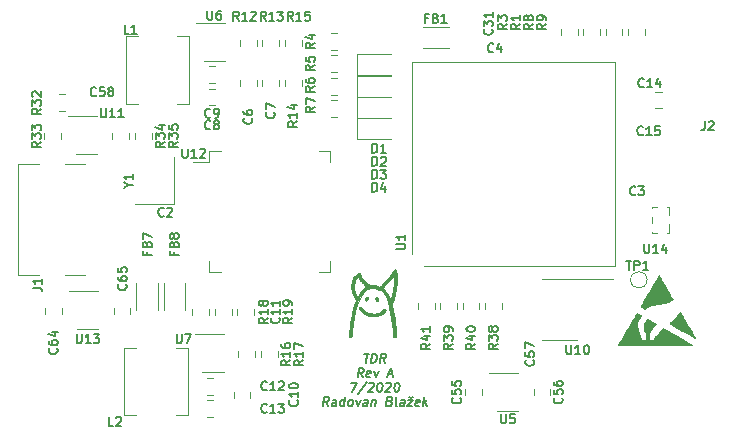
<source format=gbr>
G04 #@! TF.GenerationSoftware,KiCad,Pcbnew,(5.99.0-2267-g4486b0b6d)*
G04 #@! TF.CreationDate,2020-07-12T23:07:06+02:00*
G04 #@! TF.ProjectId,TDR,5444522e-6b69-4636-9164-5f7063625858,A*
G04 #@! TF.SameCoordinates,Original*
G04 #@! TF.FileFunction,Legend,Top*
G04 #@! TF.FilePolarity,Positive*
%FSLAX46Y46*%
G04 Gerber Fmt 4.6, Leading zero omitted, Abs format (unit mm)*
G04 Created by KiCad (PCBNEW (5.99.0-2267-g4486b0b6d)) date 2020-07-12 23:07:06*
%MOMM*%
%LPD*%
G01*
G04 APERTURE LIST*
%ADD10C,0.127000*%
%ADD11C,0.120000*%
%ADD12C,0.010000*%
G04 APERTURE END LIST*
D10*
X135398395Y-92827484D02*
X135833823Y-92827484D01*
X135520859Y-93589484D02*
X135616109Y-92827484D01*
X135992573Y-93589484D02*
X136087823Y-92827484D01*
X136269252Y-92827484D01*
X136373573Y-92863770D01*
X136437073Y-92936341D01*
X136464288Y-93008912D01*
X136482430Y-93154055D01*
X136468823Y-93262912D01*
X136414395Y-93408055D01*
X136369038Y-93480627D01*
X136287395Y-93553198D01*
X136174002Y-93589484D01*
X135992573Y-93589484D01*
X137190002Y-93589484D02*
X136981359Y-93226627D01*
X136754573Y-93589484D02*
X136849823Y-92827484D01*
X137140109Y-92827484D01*
X137208145Y-92863770D01*
X137239895Y-92900055D01*
X137267109Y-92972627D01*
X137253502Y-93081484D01*
X137208145Y-93154055D01*
X137167323Y-93190341D01*
X137090216Y-93226627D01*
X136799930Y-93226627D01*
X135285002Y-94816304D02*
X135076359Y-94453447D01*
X134849573Y-94816304D02*
X134944823Y-94054304D01*
X135235109Y-94054304D01*
X135303145Y-94090590D01*
X135334895Y-94126875D01*
X135362109Y-94199447D01*
X135348502Y-94308304D01*
X135303145Y-94380875D01*
X135262323Y-94417161D01*
X135185216Y-94453447D01*
X134894930Y-94453447D01*
X135906395Y-94780018D02*
X135829288Y-94816304D01*
X135684145Y-94816304D01*
X135616109Y-94780018D01*
X135588895Y-94707447D01*
X135625180Y-94417161D01*
X135670538Y-94344590D01*
X135747645Y-94308304D01*
X135892788Y-94308304D01*
X135960823Y-94344590D01*
X135988038Y-94417161D01*
X135978966Y-94489732D01*
X135607038Y-94562304D01*
X136255645Y-94308304D02*
X136373573Y-94816304D01*
X136618502Y-94308304D01*
X137416788Y-94598590D02*
X137779645Y-94598590D01*
X137317002Y-94816304D02*
X137666252Y-94054304D01*
X137825002Y-94816304D01*
X134273538Y-95281124D02*
X134781538Y-95281124D01*
X134359716Y-96043124D01*
X135620645Y-95244838D02*
X134845038Y-96224552D01*
X135824752Y-95353695D02*
X135865573Y-95317410D01*
X135942680Y-95281124D01*
X136124109Y-95281124D01*
X136192145Y-95317410D01*
X136223895Y-95353695D01*
X136251109Y-95426267D01*
X136242038Y-95498838D01*
X136192145Y-95607695D01*
X135702288Y-96043124D01*
X136174002Y-96043124D01*
X136740966Y-95281124D02*
X136813538Y-95281124D01*
X136881573Y-95317410D01*
X136913323Y-95353695D01*
X136940538Y-95426267D01*
X136958680Y-95571410D01*
X136936002Y-95752838D01*
X136881573Y-95897981D01*
X136836216Y-95970552D01*
X136795395Y-96006838D01*
X136718288Y-96043124D01*
X136645716Y-96043124D01*
X136577680Y-96006838D01*
X136545930Y-95970552D01*
X136518716Y-95897981D01*
X136500573Y-95752838D01*
X136523252Y-95571410D01*
X136577680Y-95426267D01*
X136623038Y-95353695D01*
X136663859Y-95317410D01*
X136740966Y-95281124D01*
X137276180Y-95353695D02*
X137317002Y-95317410D01*
X137394109Y-95281124D01*
X137575538Y-95281124D01*
X137643573Y-95317410D01*
X137675323Y-95353695D01*
X137702538Y-95426267D01*
X137693466Y-95498838D01*
X137643573Y-95607695D01*
X137153716Y-96043124D01*
X137625430Y-96043124D01*
X138192395Y-95281124D02*
X138264966Y-95281124D01*
X138333002Y-95317410D01*
X138364752Y-95353695D01*
X138391966Y-95426267D01*
X138410109Y-95571410D01*
X138387430Y-95752838D01*
X138333002Y-95897981D01*
X138287645Y-95970552D01*
X138246823Y-96006838D01*
X138169716Y-96043124D01*
X138097145Y-96043124D01*
X138029109Y-96006838D01*
X137997359Y-95970552D01*
X137970145Y-95897981D01*
X137952002Y-95752838D01*
X137974680Y-95571410D01*
X138029109Y-95426267D01*
X138074466Y-95353695D01*
X138115288Y-95317410D01*
X138192395Y-95281124D01*
X132345859Y-97269944D02*
X132137216Y-96907087D01*
X131910430Y-97269944D02*
X132005680Y-96507944D01*
X132295966Y-96507944D01*
X132364002Y-96544230D01*
X132395752Y-96580515D01*
X132422966Y-96653087D01*
X132409359Y-96761944D01*
X132364002Y-96834515D01*
X132323180Y-96870801D01*
X132246073Y-96907087D01*
X131955788Y-96907087D01*
X132999002Y-97269944D02*
X133048895Y-96870801D01*
X133021680Y-96798230D01*
X132953645Y-96761944D01*
X132808502Y-96761944D01*
X132731395Y-96798230D01*
X133003538Y-97233658D02*
X132926430Y-97269944D01*
X132745002Y-97269944D01*
X132676966Y-97233658D01*
X132649752Y-97161087D01*
X132658823Y-97088515D01*
X132704180Y-97015944D01*
X132781288Y-96979658D01*
X132962716Y-96979658D01*
X133039823Y-96943372D01*
X133688430Y-97269944D02*
X133783680Y-96507944D01*
X133692966Y-97233658D02*
X133615859Y-97269944D01*
X133470716Y-97269944D01*
X133402680Y-97233658D01*
X133370930Y-97197372D01*
X133343716Y-97124801D01*
X133370930Y-96907087D01*
X133416288Y-96834515D01*
X133457109Y-96798230D01*
X133534216Y-96761944D01*
X133679359Y-96761944D01*
X133747395Y-96798230D01*
X134160145Y-97269944D02*
X134092109Y-97233658D01*
X134060359Y-97197372D01*
X134033145Y-97124801D01*
X134060359Y-96907087D01*
X134105716Y-96834515D01*
X134146538Y-96798230D01*
X134223645Y-96761944D01*
X134332502Y-96761944D01*
X134400538Y-96798230D01*
X134432288Y-96834515D01*
X134459502Y-96907087D01*
X134432288Y-97124801D01*
X134386930Y-97197372D01*
X134346109Y-97233658D01*
X134269002Y-97269944D01*
X134160145Y-97269944D01*
X134731645Y-96761944D02*
X134849573Y-97269944D01*
X135094502Y-96761944D01*
X135647859Y-97269944D02*
X135697752Y-96870801D01*
X135670538Y-96798230D01*
X135602502Y-96761944D01*
X135457359Y-96761944D01*
X135380252Y-96798230D01*
X135652395Y-97233658D02*
X135575288Y-97269944D01*
X135393859Y-97269944D01*
X135325823Y-97233658D01*
X135298609Y-97161087D01*
X135307680Y-97088515D01*
X135353038Y-97015944D01*
X135430145Y-96979658D01*
X135611573Y-96979658D01*
X135688680Y-96943372D01*
X136074216Y-96761944D02*
X136010716Y-97269944D01*
X136065145Y-96834515D02*
X136105966Y-96798230D01*
X136183073Y-96761944D01*
X136291930Y-96761944D01*
X136359966Y-96798230D01*
X136387180Y-96870801D01*
X136337288Y-97269944D01*
X137584609Y-96870801D02*
X137688930Y-96907087D01*
X137720680Y-96943372D01*
X137747895Y-97015944D01*
X137734288Y-97124801D01*
X137688930Y-97197372D01*
X137648109Y-97233658D01*
X137571002Y-97269944D01*
X137280716Y-97269944D01*
X137375966Y-96507944D01*
X137629966Y-96507944D01*
X137698002Y-96544230D01*
X137729752Y-96580515D01*
X137756966Y-96653087D01*
X137747895Y-96725658D01*
X137702538Y-96798230D01*
X137661716Y-96834515D01*
X137584609Y-96870801D01*
X137330609Y-96870801D01*
X138151573Y-97269944D02*
X138083538Y-97233658D01*
X138056323Y-97161087D01*
X138137966Y-96507944D01*
X138768430Y-97269944D02*
X138818323Y-96870801D01*
X138791109Y-96798230D01*
X138723073Y-96761944D01*
X138577930Y-96761944D01*
X138500823Y-96798230D01*
X138772966Y-97233658D02*
X138695859Y-97269944D01*
X138514430Y-97269944D01*
X138446395Y-97233658D01*
X138419180Y-97161087D01*
X138428252Y-97088515D01*
X138473609Y-97015944D01*
X138550716Y-96979658D01*
X138732145Y-96979658D01*
X138809252Y-96943372D01*
X139122216Y-96761944D02*
X139521359Y-96761944D01*
X139058716Y-97269944D01*
X139457859Y-97269944D01*
X139231073Y-96471658D02*
X139362609Y-96580515D01*
X139521359Y-96471658D01*
X140042966Y-97233658D02*
X139965859Y-97269944D01*
X139820716Y-97269944D01*
X139752680Y-97233658D01*
X139725466Y-97161087D01*
X139761752Y-96870801D01*
X139807109Y-96798230D01*
X139884216Y-96761944D01*
X140029359Y-96761944D01*
X140097395Y-96798230D01*
X140124609Y-96870801D01*
X140115538Y-96943372D01*
X139743609Y-97015944D01*
X140401288Y-97269944D02*
X140496538Y-96507944D01*
X140510145Y-96979658D02*
X140691573Y-97269944D01*
X140755073Y-96761944D02*
X140428502Y-97052230D01*
X157593428Y-84967714D02*
X158028857Y-84967714D01*
X157811142Y-85729714D02*
X157811142Y-84967714D01*
X158282857Y-85729714D02*
X158282857Y-84967714D01*
X158573142Y-84967714D01*
X158645714Y-85004000D01*
X158682000Y-85040285D01*
X158718285Y-85112857D01*
X158718285Y-85221714D01*
X158682000Y-85294285D01*
X158645714Y-85330571D01*
X158573142Y-85366857D01*
X158282857Y-85366857D01*
X159444000Y-85729714D02*
X159008571Y-85729714D01*
X159226285Y-85729714D02*
X159226285Y-84967714D01*
X159153714Y-85076571D01*
X159081142Y-85149142D01*
X159008571Y-85185428D01*
X146216308Y-65374857D02*
X146252594Y-65411142D01*
X146288880Y-65520000D01*
X146288880Y-65592571D01*
X146252594Y-65701428D01*
X146180023Y-65774000D01*
X146107451Y-65810285D01*
X145962308Y-65846571D01*
X145853451Y-65846571D01*
X145708308Y-65810285D01*
X145635737Y-65774000D01*
X145563166Y-65701428D01*
X145526880Y-65592571D01*
X145526880Y-65520000D01*
X145563166Y-65411142D01*
X145599451Y-65374857D01*
X145526880Y-65120857D02*
X145526880Y-64649142D01*
X145817166Y-64903142D01*
X145817166Y-64794285D01*
X145853451Y-64721714D01*
X145889737Y-64685428D01*
X145962308Y-64649142D01*
X146143737Y-64649142D01*
X146216308Y-64685428D01*
X146252594Y-64721714D01*
X146288880Y-64794285D01*
X146288880Y-65012000D01*
X146252594Y-65084571D01*
X146216308Y-65120857D01*
X146288880Y-63923428D02*
X146288880Y-64358857D01*
X146288880Y-64141142D02*
X145526880Y-64141142D01*
X145635737Y-64213714D01*
X145708308Y-64286285D01*
X145744594Y-64358857D01*
X131199714Y-71912000D02*
X130836857Y-72166000D01*
X131199714Y-72347428D02*
X130437714Y-72347428D01*
X130437714Y-72057142D01*
X130474000Y-71984571D01*
X130510285Y-71948285D01*
X130582857Y-71912000D01*
X130691714Y-71912000D01*
X130764285Y-71948285D01*
X130800571Y-71984571D01*
X130836857Y-72057142D01*
X130836857Y-72347428D01*
X130437714Y-71658000D02*
X130437714Y-71150000D01*
X131199714Y-71476571D01*
X131199714Y-70212000D02*
X130836857Y-70466000D01*
X131199714Y-70647428D02*
X130437714Y-70647428D01*
X130437714Y-70357142D01*
X130474000Y-70284571D01*
X130510285Y-70248285D01*
X130582857Y-70212000D01*
X130691714Y-70212000D01*
X130764285Y-70248285D01*
X130800571Y-70284571D01*
X130836857Y-70357142D01*
X130836857Y-70647428D01*
X130437714Y-69558857D02*
X130437714Y-69704000D01*
X130474000Y-69776571D01*
X130510285Y-69812857D01*
X130619142Y-69885428D01*
X130764285Y-69921714D01*
X131054571Y-69921714D01*
X131127142Y-69885428D01*
X131163428Y-69849142D01*
X131199714Y-69776571D01*
X131199714Y-69631428D01*
X131163428Y-69558857D01*
X131127142Y-69522571D01*
X131054571Y-69486285D01*
X130873142Y-69486285D01*
X130800571Y-69522571D01*
X130764285Y-69558857D01*
X130728000Y-69631428D01*
X130728000Y-69776571D01*
X130764285Y-69849142D01*
X130800571Y-69885428D01*
X130873142Y-69921714D01*
X131199714Y-68412000D02*
X130836857Y-68666000D01*
X131199714Y-68847428D02*
X130437714Y-68847428D01*
X130437714Y-68557142D01*
X130474000Y-68484571D01*
X130510285Y-68448285D01*
X130582857Y-68412000D01*
X130691714Y-68412000D01*
X130764285Y-68448285D01*
X130800571Y-68484571D01*
X130836857Y-68557142D01*
X130836857Y-68847428D01*
X130437714Y-67722571D02*
X130437714Y-68085428D01*
X130800571Y-68121714D01*
X130764285Y-68085428D01*
X130728000Y-68012857D01*
X130728000Y-67831428D01*
X130764285Y-67758857D01*
X130800571Y-67722571D01*
X130873142Y-67686285D01*
X131054571Y-67686285D01*
X131127142Y-67722571D01*
X131163428Y-67758857D01*
X131199714Y-67831428D01*
X131199714Y-68012857D01*
X131163428Y-68085428D01*
X131127142Y-68121714D01*
X131199714Y-66512000D02*
X130836857Y-66766000D01*
X131199714Y-66947428D02*
X130437714Y-66947428D01*
X130437714Y-66657142D01*
X130474000Y-66584571D01*
X130510285Y-66548285D01*
X130582857Y-66512000D01*
X130691714Y-66512000D01*
X130764285Y-66548285D01*
X130800571Y-66584571D01*
X130836857Y-66657142D01*
X130836857Y-66947428D01*
X130691714Y-65858857D02*
X131199714Y-65858857D01*
X130401428Y-66040285D02*
X130945714Y-66221714D01*
X130945714Y-65750000D01*
X136092571Y-79129714D02*
X136092571Y-78367714D01*
X136274000Y-78367714D01*
X136382857Y-78404000D01*
X136455428Y-78476571D01*
X136491714Y-78549142D01*
X136528000Y-78694285D01*
X136528000Y-78803142D01*
X136491714Y-78948285D01*
X136455428Y-79020857D01*
X136382857Y-79093428D01*
X136274000Y-79129714D01*
X136092571Y-79129714D01*
X137181142Y-78621714D02*
X137181142Y-79129714D01*
X136999714Y-78331428D02*
X136818285Y-78875714D01*
X137290000Y-78875714D01*
X136092571Y-78029714D02*
X136092571Y-77267714D01*
X136274000Y-77267714D01*
X136382857Y-77304000D01*
X136455428Y-77376571D01*
X136491714Y-77449142D01*
X136528000Y-77594285D01*
X136528000Y-77703142D01*
X136491714Y-77848285D01*
X136455428Y-77920857D01*
X136382857Y-77993428D01*
X136274000Y-78029714D01*
X136092571Y-78029714D01*
X136782000Y-77267714D02*
X137253714Y-77267714D01*
X136999714Y-77558000D01*
X137108571Y-77558000D01*
X137181142Y-77594285D01*
X137217428Y-77630571D01*
X137253714Y-77703142D01*
X137253714Y-77884571D01*
X137217428Y-77957142D01*
X137181142Y-77993428D01*
X137108571Y-78029714D01*
X136890857Y-78029714D01*
X136818285Y-77993428D01*
X136782000Y-77957142D01*
X136092571Y-76929714D02*
X136092571Y-76167714D01*
X136274000Y-76167714D01*
X136382857Y-76204000D01*
X136455428Y-76276571D01*
X136491714Y-76349142D01*
X136528000Y-76494285D01*
X136528000Y-76603142D01*
X136491714Y-76748285D01*
X136455428Y-76820857D01*
X136382857Y-76893428D01*
X136274000Y-76929714D01*
X136092571Y-76929714D01*
X136818285Y-76240285D02*
X136854571Y-76204000D01*
X136927142Y-76167714D01*
X137108571Y-76167714D01*
X137181142Y-76204000D01*
X137217428Y-76240285D01*
X137253714Y-76312857D01*
X137253714Y-76385428D01*
X137217428Y-76494285D01*
X136782000Y-76929714D01*
X137253714Y-76929714D01*
X136092571Y-75829714D02*
X136092571Y-75067714D01*
X136274000Y-75067714D01*
X136382857Y-75104000D01*
X136455428Y-75176571D01*
X136491714Y-75249142D01*
X136528000Y-75394285D01*
X136528000Y-75503142D01*
X136491714Y-75648285D01*
X136455428Y-75720857D01*
X136382857Y-75793428D01*
X136274000Y-75829714D01*
X136092571Y-75829714D01*
X137253714Y-75829714D02*
X136818285Y-75829714D01*
X137036000Y-75829714D02*
X137036000Y-75067714D01*
X136963428Y-75176571D01*
X136890857Y-75249142D01*
X136818285Y-75285428D01*
X164246000Y-73167714D02*
X164246000Y-73712000D01*
X164209714Y-73820857D01*
X164137142Y-73893428D01*
X164028285Y-73929714D01*
X163955714Y-73929714D01*
X164572571Y-73240285D02*
X164608857Y-73204000D01*
X164681428Y-73167714D01*
X164862857Y-73167714D01*
X164935428Y-73204000D01*
X164971714Y-73240285D01*
X165008000Y-73312857D01*
X165008000Y-73385428D01*
X164971714Y-73494285D01*
X164536285Y-73929714D01*
X165008000Y-73929714D01*
X107337714Y-87239000D02*
X107882000Y-87239000D01*
X107990857Y-87275285D01*
X108063428Y-87347857D01*
X108099714Y-87456714D01*
X108099714Y-87529285D01*
X108099714Y-86477000D02*
X108099714Y-86912428D01*
X108099714Y-86694714D02*
X107337714Y-86694714D01*
X107446571Y-86767285D01*
X107519142Y-86839857D01*
X107555428Y-86912428D01*
X138137714Y-83965571D02*
X138754571Y-83965571D01*
X138827142Y-83929285D01*
X138863428Y-83893000D01*
X138899714Y-83820428D01*
X138899714Y-83675285D01*
X138863428Y-83602714D01*
X138827142Y-83566428D01*
X138754571Y-83530142D01*
X138137714Y-83530142D01*
X138899714Y-82768142D02*
X138899714Y-83203571D01*
X138899714Y-82985857D02*
X138137714Y-82985857D01*
X138246571Y-83058428D01*
X138319142Y-83131000D01*
X138355428Y-83203571D01*
X158373000Y-79357142D02*
X158336714Y-79393428D01*
X158227857Y-79429714D01*
X158155285Y-79429714D01*
X158046428Y-79393428D01*
X157973857Y-79320857D01*
X157937571Y-79248285D01*
X157901285Y-79103142D01*
X157901285Y-78994285D01*
X157937571Y-78849142D01*
X157973857Y-78776571D01*
X158046428Y-78704000D01*
X158155285Y-78667714D01*
X158227857Y-78667714D01*
X158336714Y-78704000D01*
X158373000Y-78740285D01*
X158627000Y-78667714D02*
X159098714Y-78667714D01*
X158844714Y-78958000D01*
X158953571Y-78958000D01*
X159026142Y-78994285D01*
X159062428Y-79030571D01*
X159098714Y-79103142D01*
X159098714Y-79284571D01*
X159062428Y-79357142D01*
X159026142Y-79393428D01*
X158953571Y-79429714D01*
X158735857Y-79429714D01*
X158663285Y-79393428D01*
X158627000Y-79357142D01*
X150799714Y-64912000D02*
X150436857Y-65166000D01*
X150799714Y-65347428D02*
X150037714Y-65347428D01*
X150037714Y-65057142D01*
X150074000Y-64984571D01*
X150110285Y-64948285D01*
X150182857Y-64912000D01*
X150291714Y-64912000D01*
X150364285Y-64948285D01*
X150400571Y-64984571D01*
X150436857Y-65057142D01*
X150436857Y-65347428D01*
X150799714Y-64549142D02*
X150799714Y-64404000D01*
X150763428Y-64331428D01*
X150727142Y-64295142D01*
X150618285Y-64222571D01*
X150473142Y-64186285D01*
X150182857Y-64186285D01*
X150110285Y-64222571D01*
X150074000Y-64258857D01*
X150037714Y-64331428D01*
X150037714Y-64476571D01*
X150074000Y-64549142D01*
X150110285Y-64585428D01*
X150182857Y-64621714D01*
X150364285Y-64621714D01*
X150436857Y-64585428D01*
X150473142Y-64549142D01*
X150509428Y-64476571D01*
X150509428Y-64331428D01*
X150473142Y-64258857D01*
X150436857Y-64222571D01*
X150364285Y-64186285D01*
X149699714Y-64912000D02*
X149336857Y-65166000D01*
X149699714Y-65347428D02*
X148937714Y-65347428D01*
X148937714Y-65057142D01*
X148974000Y-64984571D01*
X149010285Y-64948285D01*
X149082857Y-64912000D01*
X149191714Y-64912000D01*
X149264285Y-64948285D01*
X149300571Y-64984571D01*
X149336857Y-65057142D01*
X149336857Y-65347428D01*
X149264285Y-64476571D02*
X149228000Y-64549142D01*
X149191714Y-64585428D01*
X149119142Y-64621714D01*
X149082857Y-64621714D01*
X149010285Y-64585428D01*
X148974000Y-64549142D01*
X148937714Y-64476571D01*
X148937714Y-64331428D01*
X148974000Y-64258857D01*
X149010285Y-64222571D01*
X149082857Y-64186285D01*
X149119142Y-64186285D01*
X149191714Y-64222571D01*
X149228000Y-64258857D01*
X149264285Y-64331428D01*
X149264285Y-64476571D01*
X149300571Y-64549142D01*
X149336857Y-64585428D01*
X149409428Y-64621714D01*
X149554571Y-64621714D01*
X149627142Y-64585428D01*
X149663428Y-64549142D01*
X149699714Y-64476571D01*
X149699714Y-64331428D01*
X149663428Y-64258857D01*
X149627142Y-64222571D01*
X149554571Y-64186285D01*
X149409428Y-64186285D01*
X149336857Y-64222571D01*
X149300571Y-64258857D01*
X149264285Y-64331428D01*
X147499714Y-64912000D02*
X147136857Y-65166000D01*
X147499714Y-65347428D02*
X146737714Y-65347428D01*
X146737714Y-65057142D01*
X146774000Y-64984571D01*
X146810285Y-64948285D01*
X146882857Y-64912000D01*
X146991714Y-64912000D01*
X147064285Y-64948285D01*
X147100571Y-64984571D01*
X147136857Y-65057142D01*
X147136857Y-65347428D01*
X146737714Y-64658000D02*
X146737714Y-64186285D01*
X147028000Y-64440285D01*
X147028000Y-64331428D01*
X147064285Y-64258857D01*
X147100571Y-64222571D01*
X147173142Y-64186285D01*
X147354571Y-64186285D01*
X147427142Y-64222571D01*
X147463428Y-64258857D01*
X147499714Y-64331428D01*
X147499714Y-64549142D01*
X147463428Y-64621714D01*
X147427142Y-64658000D01*
X148599714Y-64912000D02*
X148236857Y-65166000D01*
X148599714Y-65347428D02*
X147837714Y-65347428D01*
X147837714Y-65057142D01*
X147874000Y-64984571D01*
X147910285Y-64948285D01*
X147982857Y-64912000D01*
X148091714Y-64912000D01*
X148164285Y-64948285D01*
X148200571Y-64984571D01*
X148236857Y-65057142D01*
X148236857Y-65347428D01*
X148599714Y-64186285D02*
X148599714Y-64621714D01*
X148599714Y-64404000D02*
X147837714Y-64404000D01*
X147946571Y-64476571D01*
X148019142Y-64549142D01*
X148055428Y-64621714D01*
X140820000Y-64430571D02*
X140566000Y-64430571D01*
X140566000Y-64829714D02*
X140566000Y-64067714D01*
X140928857Y-64067714D01*
X141473142Y-64430571D02*
X141582000Y-64466857D01*
X141618285Y-64503142D01*
X141654571Y-64575714D01*
X141654571Y-64684571D01*
X141618285Y-64757142D01*
X141582000Y-64793428D01*
X141509428Y-64829714D01*
X141219142Y-64829714D01*
X141219142Y-64067714D01*
X141473142Y-64067714D01*
X141545714Y-64104000D01*
X141582000Y-64140285D01*
X141618285Y-64212857D01*
X141618285Y-64285428D01*
X141582000Y-64358000D01*
X141545714Y-64394285D01*
X141473142Y-64430571D01*
X141219142Y-64430571D01*
X142380285Y-64829714D02*
X141944857Y-64829714D01*
X142162571Y-64829714D02*
X142162571Y-64067714D01*
X142090000Y-64176571D01*
X142017428Y-64249142D01*
X141944857Y-64285428D01*
X146328000Y-67257142D02*
X146291714Y-67293428D01*
X146182857Y-67329714D01*
X146110285Y-67329714D01*
X146001428Y-67293428D01*
X145928857Y-67220857D01*
X145892571Y-67148285D01*
X145856285Y-67003142D01*
X145856285Y-66894285D01*
X145892571Y-66749142D01*
X145928857Y-66676571D01*
X146001428Y-66604000D01*
X146110285Y-66567714D01*
X146182857Y-66567714D01*
X146291714Y-66604000D01*
X146328000Y-66640285D01*
X146981142Y-66821714D02*
X146981142Y-67329714D01*
X146799714Y-66531428D02*
X146618285Y-67075714D01*
X147090000Y-67075714D01*
X159111571Y-83567714D02*
X159111571Y-84184571D01*
X159147857Y-84257142D01*
X159184142Y-84293428D01*
X159256714Y-84329714D01*
X159401857Y-84329714D01*
X159474428Y-84293428D01*
X159510714Y-84257142D01*
X159547000Y-84184571D01*
X159547000Y-83567714D01*
X160309000Y-84329714D02*
X159873571Y-84329714D01*
X160091285Y-84329714D02*
X160091285Y-83567714D01*
X160018714Y-83676571D01*
X159946142Y-83749142D01*
X159873571Y-83785428D01*
X160962142Y-83821714D02*
X160962142Y-84329714D01*
X160780714Y-83531428D02*
X160599285Y-84075714D01*
X161071000Y-84075714D01*
X112710142Y-70957142D02*
X112673857Y-70993428D01*
X112565000Y-71029714D01*
X112492428Y-71029714D01*
X112383571Y-70993428D01*
X112311000Y-70920857D01*
X112274714Y-70848285D01*
X112238428Y-70703142D01*
X112238428Y-70594285D01*
X112274714Y-70449142D01*
X112311000Y-70376571D01*
X112383571Y-70304000D01*
X112492428Y-70267714D01*
X112565000Y-70267714D01*
X112673857Y-70304000D01*
X112710142Y-70340285D01*
X113399571Y-70267714D02*
X113036714Y-70267714D01*
X113000428Y-70630571D01*
X113036714Y-70594285D01*
X113109285Y-70558000D01*
X113290714Y-70558000D01*
X113363285Y-70594285D01*
X113399571Y-70630571D01*
X113435857Y-70703142D01*
X113435857Y-70884571D01*
X113399571Y-70957142D01*
X113363285Y-70993428D01*
X113290714Y-71029714D01*
X113109285Y-71029714D01*
X113036714Y-70993428D01*
X113000428Y-70957142D01*
X113871285Y-70594285D02*
X113798714Y-70558000D01*
X113762428Y-70521714D01*
X113726142Y-70449142D01*
X113726142Y-70412857D01*
X113762428Y-70340285D01*
X113798714Y-70304000D01*
X113871285Y-70267714D01*
X114016428Y-70267714D01*
X114089000Y-70304000D01*
X114125285Y-70340285D01*
X114161571Y-70412857D01*
X114161571Y-70449142D01*
X114125285Y-70521714D01*
X114089000Y-70558000D01*
X114016428Y-70594285D01*
X113871285Y-70594285D01*
X113798714Y-70630571D01*
X113762428Y-70666857D01*
X113726142Y-70739428D01*
X113726142Y-70884571D01*
X113762428Y-70957142D01*
X113798714Y-70993428D01*
X113871285Y-71029714D01*
X114016428Y-71029714D01*
X114089000Y-70993428D01*
X114125285Y-70957142D01*
X114161571Y-70884571D01*
X114161571Y-70739428D01*
X114125285Y-70666857D01*
X114089000Y-70630571D01*
X114016428Y-70594285D01*
X159010142Y-74272142D02*
X158973857Y-74308428D01*
X158865000Y-74344714D01*
X158792428Y-74344714D01*
X158683571Y-74308428D01*
X158611000Y-74235857D01*
X158574714Y-74163285D01*
X158538428Y-74018142D01*
X158538428Y-73909285D01*
X158574714Y-73764142D01*
X158611000Y-73691571D01*
X158683571Y-73619000D01*
X158792428Y-73582714D01*
X158865000Y-73582714D01*
X158973857Y-73619000D01*
X159010142Y-73655285D01*
X159735857Y-74344714D02*
X159300428Y-74344714D01*
X159518142Y-74344714D02*
X159518142Y-73582714D01*
X159445571Y-73691571D01*
X159373000Y-73764142D01*
X159300428Y-73800428D01*
X160425285Y-73582714D02*
X160062428Y-73582714D01*
X160026142Y-73945571D01*
X160062428Y-73909285D01*
X160135000Y-73873000D01*
X160316428Y-73873000D01*
X160389000Y-73909285D01*
X160425285Y-73945571D01*
X160461571Y-74018142D01*
X160461571Y-74199571D01*
X160425285Y-74272142D01*
X160389000Y-74308428D01*
X160316428Y-74344714D01*
X160135000Y-74344714D01*
X160062428Y-74308428D01*
X160026142Y-74272142D01*
X118428000Y-81157142D02*
X118391714Y-81193428D01*
X118282857Y-81229714D01*
X118210285Y-81229714D01*
X118101428Y-81193428D01*
X118028857Y-81120857D01*
X117992571Y-81048285D01*
X117956285Y-80903142D01*
X117956285Y-80794285D01*
X117992571Y-80649142D01*
X118028857Y-80576571D01*
X118101428Y-80504000D01*
X118210285Y-80467714D01*
X118282857Y-80467714D01*
X118391714Y-80504000D01*
X118428000Y-80540285D01*
X118718285Y-80540285D02*
X118754571Y-80504000D01*
X118827142Y-80467714D01*
X119008571Y-80467714D01*
X119081142Y-80504000D01*
X119117428Y-80540285D01*
X119153714Y-80612857D01*
X119153714Y-80685428D01*
X119117428Y-80794285D01*
X118682000Y-81229714D01*
X119153714Y-81229714D01*
X111056571Y-91182714D02*
X111056571Y-91799571D01*
X111092857Y-91872142D01*
X111129142Y-91908428D01*
X111201714Y-91944714D01*
X111346857Y-91944714D01*
X111419428Y-91908428D01*
X111455714Y-91872142D01*
X111492000Y-91799571D01*
X111492000Y-91182714D01*
X112254000Y-91944714D02*
X111818571Y-91944714D01*
X112036285Y-91944714D02*
X112036285Y-91182714D01*
X111963714Y-91291571D01*
X111891142Y-91364142D01*
X111818571Y-91400428D01*
X112508000Y-91182714D02*
X112979714Y-91182714D01*
X112725714Y-91473000D01*
X112834571Y-91473000D01*
X112907142Y-91509285D01*
X112943428Y-91545571D01*
X112979714Y-91618142D01*
X112979714Y-91799571D01*
X112943428Y-91872142D01*
X112907142Y-91908428D01*
X112834571Y-91944714D01*
X112616857Y-91944714D01*
X112544285Y-91908428D01*
X112508000Y-91872142D01*
X113111571Y-72067714D02*
X113111571Y-72684571D01*
X113147857Y-72757142D01*
X113184142Y-72793428D01*
X113256714Y-72829714D01*
X113401857Y-72829714D01*
X113474428Y-72793428D01*
X113510714Y-72757142D01*
X113547000Y-72684571D01*
X113547000Y-72067714D01*
X114309000Y-72829714D02*
X113873571Y-72829714D01*
X114091285Y-72829714D02*
X114091285Y-72067714D01*
X114018714Y-72176571D01*
X113946142Y-72249142D01*
X113873571Y-72285428D01*
X115034714Y-72829714D02*
X114599285Y-72829714D01*
X114817000Y-72829714D02*
X114817000Y-72067714D01*
X114744428Y-72176571D01*
X114671857Y-72249142D01*
X114599285Y-72285428D01*
X119300571Y-84220000D02*
X119300571Y-84474000D01*
X119699714Y-84474000D02*
X118937714Y-84474000D01*
X118937714Y-84111142D01*
X119300571Y-83566857D02*
X119336857Y-83458000D01*
X119373142Y-83421714D01*
X119445714Y-83385428D01*
X119554571Y-83385428D01*
X119627142Y-83421714D01*
X119663428Y-83458000D01*
X119699714Y-83530571D01*
X119699714Y-83820857D01*
X118937714Y-83820857D01*
X118937714Y-83566857D01*
X118974000Y-83494285D01*
X119010285Y-83458000D01*
X119082857Y-83421714D01*
X119155428Y-83421714D01*
X119228000Y-83458000D01*
X119264285Y-83494285D01*
X119300571Y-83566857D01*
X119300571Y-83820857D01*
X119264285Y-82950000D02*
X119228000Y-83022571D01*
X119191714Y-83058857D01*
X119119142Y-83095142D01*
X119082857Y-83095142D01*
X119010285Y-83058857D01*
X118974000Y-83022571D01*
X118937714Y-82950000D01*
X118937714Y-82804857D01*
X118974000Y-82732285D01*
X119010285Y-82696000D01*
X119082857Y-82659714D01*
X119119142Y-82659714D01*
X119191714Y-82696000D01*
X119228000Y-82732285D01*
X119264285Y-82804857D01*
X119264285Y-82950000D01*
X119300571Y-83022571D01*
X119336857Y-83058857D01*
X119409428Y-83095142D01*
X119554571Y-83095142D01*
X119627142Y-83058857D01*
X119663428Y-83022571D01*
X119699714Y-82950000D01*
X119699714Y-82804857D01*
X119663428Y-82732285D01*
X119627142Y-82696000D01*
X119554571Y-82659714D01*
X119409428Y-82659714D01*
X119336857Y-82696000D01*
X119300571Y-82732285D01*
X119264285Y-82804857D01*
X117000571Y-84220000D02*
X117000571Y-84474000D01*
X117399714Y-84474000D02*
X116637714Y-84474000D01*
X116637714Y-84111142D01*
X117000571Y-83566857D02*
X117036857Y-83458000D01*
X117073142Y-83421714D01*
X117145714Y-83385428D01*
X117254571Y-83385428D01*
X117327142Y-83421714D01*
X117363428Y-83458000D01*
X117399714Y-83530571D01*
X117399714Y-83820857D01*
X116637714Y-83820857D01*
X116637714Y-83566857D01*
X116674000Y-83494285D01*
X116710285Y-83458000D01*
X116782857Y-83421714D01*
X116855428Y-83421714D01*
X116928000Y-83458000D01*
X116964285Y-83494285D01*
X117000571Y-83566857D01*
X117000571Y-83820857D01*
X116637714Y-83131428D02*
X116637714Y-82623428D01*
X117399714Y-82950000D01*
X115227142Y-86974857D02*
X115263428Y-87011142D01*
X115299714Y-87120000D01*
X115299714Y-87192571D01*
X115263428Y-87301428D01*
X115190857Y-87374000D01*
X115118285Y-87410285D01*
X114973142Y-87446571D01*
X114864285Y-87446571D01*
X114719142Y-87410285D01*
X114646571Y-87374000D01*
X114574000Y-87301428D01*
X114537714Y-87192571D01*
X114537714Y-87120000D01*
X114574000Y-87011142D01*
X114610285Y-86974857D01*
X114537714Y-86321714D02*
X114537714Y-86466857D01*
X114574000Y-86539428D01*
X114610285Y-86575714D01*
X114719142Y-86648285D01*
X114864285Y-86684571D01*
X115154571Y-86684571D01*
X115227142Y-86648285D01*
X115263428Y-86612000D01*
X115299714Y-86539428D01*
X115299714Y-86394285D01*
X115263428Y-86321714D01*
X115227142Y-86285428D01*
X115154571Y-86249142D01*
X114973142Y-86249142D01*
X114900571Y-86285428D01*
X114864285Y-86321714D01*
X114828000Y-86394285D01*
X114828000Y-86539428D01*
X114864285Y-86612000D01*
X114900571Y-86648285D01*
X114973142Y-86684571D01*
X114537714Y-85559714D02*
X114537714Y-85922571D01*
X114900571Y-85958857D01*
X114864285Y-85922571D01*
X114828000Y-85850000D01*
X114828000Y-85668571D01*
X114864285Y-85596000D01*
X114900571Y-85559714D01*
X114973142Y-85523428D01*
X115154571Y-85523428D01*
X115227142Y-85559714D01*
X115263428Y-85596000D01*
X115299714Y-85668571D01*
X115299714Y-85850000D01*
X115263428Y-85922571D01*
X115227142Y-85958857D01*
X109372142Y-92389857D02*
X109408428Y-92426142D01*
X109444714Y-92535000D01*
X109444714Y-92607571D01*
X109408428Y-92716428D01*
X109335857Y-92789000D01*
X109263285Y-92825285D01*
X109118142Y-92861571D01*
X109009285Y-92861571D01*
X108864142Y-92825285D01*
X108791571Y-92789000D01*
X108719000Y-92716428D01*
X108682714Y-92607571D01*
X108682714Y-92535000D01*
X108719000Y-92426142D01*
X108755285Y-92389857D01*
X108682714Y-91736714D02*
X108682714Y-91881857D01*
X108719000Y-91954428D01*
X108755285Y-91990714D01*
X108864142Y-92063285D01*
X109009285Y-92099571D01*
X109299571Y-92099571D01*
X109372142Y-92063285D01*
X109408428Y-92027000D01*
X109444714Y-91954428D01*
X109444714Y-91809285D01*
X109408428Y-91736714D01*
X109372142Y-91700428D01*
X109299571Y-91664142D01*
X109118142Y-91664142D01*
X109045571Y-91700428D01*
X109009285Y-91736714D01*
X108973000Y-91809285D01*
X108973000Y-91954428D01*
X109009285Y-92027000D01*
X109045571Y-92063285D01*
X109118142Y-92099571D01*
X108936714Y-91011000D02*
X109444714Y-91011000D01*
X108646428Y-91192428D02*
X109190714Y-91373857D01*
X109190714Y-90902142D01*
X115436857Y-78547857D02*
X115799714Y-78547857D01*
X115037714Y-78801857D02*
X115436857Y-78547857D01*
X115037714Y-78293857D01*
X115799714Y-77640714D02*
X115799714Y-78076142D01*
X115799714Y-77858428D02*
X115037714Y-77858428D01*
X115146571Y-77931000D01*
X115219142Y-78003571D01*
X115255428Y-78076142D01*
X140999714Y-91974857D02*
X140636857Y-92228857D01*
X140999714Y-92410285D02*
X140237714Y-92410285D01*
X140237714Y-92120000D01*
X140274000Y-92047428D01*
X140310285Y-92011142D01*
X140382857Y-91974857D01*
X140491714Y-91974857D01*
X140564285Y-92011142D01*
X140600571Y-92047428D01*
X140636857Y-92120000D01*
X140636857Y-92410285D01*
X140491714Y-91321714D02*
X140999714Y-91321714D01*
X140201428Y-91503142D02*
X140745714Y-91684571D01*
X140745714Y-91212857D01*
X140999714Y-90523428D02*
X140999714Y-90958857D01*
X140999714Y-90741142D02*
X140237714Y-90741142D01*
X140346571Y-90813714D01*
X140419142Y-90886285D01*
X140455428Y-90958857D01*
X144799714Y-91974857D02*
X144436857Y-92228857D01*
X144799714Y-92410285D02*
X144037714Y-92410285D01*
X144037714Y-92120000D01*
X144074000Y-92047428D01*
X144110285Y-92011142D01*
X144182857Y-91974857D01*
X144291714Y-91974857D01*
X144364285Y-92011142D01*
X144400571Y-92047428D01*
X144436857Y-92120000D01*
X144436857Y-92410285D01*
X144291714Y-91321714D02*
X144799714Y-91321714D01*
X144001428Y-91503142D02*
X144545714Y-91684571D01*
X144545714Y-91212857D01*
X144037714Y-90777428D02*
X144037714Y-90704857D01*
X144074000Y-90632285D01*
X144110285Y-90596000D01*
X144182857Y-90559714D01*
X144328000Y-90523428D01*
X144509428Y-90523428D01*
X144654571Y-90559714D01*
X144727142Y-90596000D01*
X144763428Y-90632285D01*
X144799714Y-90704857D01*
X144799714Y-90777428D01*
X144763428Y-90850000D01*
X144727142Y-90886285D01*
X144654571Y-90922571D01*
X144509428Y-90958857D01*
X144328000Y-90958857D01*
X144182857Y-90922571D01*
X144110285Y-90886285D01*
X144074000Y-90850000D01*
X144037714Y-90777428D01*
X142899714Y-91974857D02*
X142536857Y-92228857D01*
X142899714Y-92410285D02*
X142137714Y-92410285D01*
X142137714Y-92120000D01*
X142174000Y-92047428D01*
X142210285Y-92011142D01*
X142282857Y-91974857D01*
X142391714Y-91974857D01*
X142464285Y-92011142D01*
X142500571Y-92047428D01*
X142536857Y-92120000D01*
X142536857Y-92410285D01*
X142137714Y-91720857D02*
X142137714Y-91249142D01*
X142428000Y-91503142D01*
X142428000Y-91394285D01*
X142464285Y-91321714D01*
X142500571Y-91285428D01*
X142573142Y-91249142D01*
X142754571Y-91249142D01*
X142827142Y-91285428D01*
X142863428Y-91321714D01*
X142899714Y-91394285D01*
X142899714Y-91612000D01*
X142863428Y-91684571D01*
X142827142Y-91720857D01*
X142899714Y-90886285D02*
X142899714Y-90741142D01*
X142863428Y-90668571D01*
X142827142Y-90632285D01*
X142718285Y-90559714D01*
X142573142Y-90523428D01*
X142282857Y-90523428D01*
X142210285Y-90559714D01*
X142174000Y-90596000D01*
X142137714Y-90668571D01*
X142137714Y-90813714D01*
X142174000Y-90886285D01*
X142210285Y-90922571D01*
X142282857Y-90958857D01*
X142464285Y-90958857D01*
X142536857Y-90922571D01*
X142573142Y-90886285D01*
X142609428Y-90813714D01*
X142609428Y-90668571D01*
X142573142Y-90596000D01*
X142536857Y-90559714D01*
X142464285Y-90523428D01*
X146699714Y-91974857D02*
X146336857Y-92228857D01*
X146699714Y-92410285D02*
X145937714Y-92410285D01*
X145937714Y-92120000D01*
X145974000Y-92047428D01*
X146010285Y-92011142D01*
X146082857Y-91974857D01*
X146191714Y-91974857D01*
X146264285Y-92011142D01*
X146300571Y-92047428D01*
X146336857Y-92120000D01*
X146336857Y-92410285D01*
X145937714Y-91720857D02*
X145937714Y-91249142D01*
X146228000Y-91503142D01*
X146228000Y-91394285D01*
X146264285Y-91321714D01*
X146300571Y-91285428D01*
X146373142Y-91249142D01*
X146554571Y-91249142D01*
X146627142Y-91285428D01*
X146663428Y-91321714D01*
X146699714Y-91394285D01*
X146699714Y-91612000D01*
X146663428Y-91684571D01*
X146627142Y-91720857D01*
X146264285Y-90813714D02*
X146228000Y-90886285D01*
X146191714Y-90922571D01*
X146119142Y-90958857D01*
X146082857Y-90958857D01*
X146010285Y-90922571D01*
X145974000Y-90886285D01*
X145937714Y-90813714D01*
X145937714Y-90668571D01*
X145974000Y-90596000D01*
X146010285Y-90559714D01*
X146082857Y-90523428D01*
X146119142Y-90523428D01*
X146191714Y-90559714D01*
X146228000Y-90596000D01*
X146264285Y-90668571D01*
X146264285Y-90813714D01*
X146300571Y-90886285D01*
X146336857Y-90922571D01*
X146409428Y-90958857D01*
X146554571Y-90958857D01*
X146627142Y-90922571D01*
X146663428Y-90886285D01*
X146699714Y-90813714D01*
X146699714Y-90668571D01*
X146663428Y-90596000D01*
X146627142Y-90559714D01*
X146554571Y-90523428D01*
X146409428Y-90523428D01*
X146336857Y-90559714D01*
X146300571Y-90596000D01*
X146264285Y-90668571D01*
X119599714Y-74874857D02*
X119236857Y-75128857D01*
X119599714Y-75310285D02*
X118837714Y-75310285D01*
X118837714Y-75020000D01*
X118874000Y-74947428D01*
X118910285Y-74911142D01*
X118982857Y-74874857D01*
X119091714Y-74874857D01*
X119164285Y-74911142D01*
X119200571Y-74947428D01*
X119236857Y-75020000D01*
X119236857Y-75310285D01*
X118837714Y-74620857D02*
X118837714Y-74149142D01*
X119128000Y-74403142D01*
X119128000Y-74294285D01*
X119164285Y-74221714D01*
X119200571Y-74185428D01*
X119273142Y-74149142D01*
X119454571Y-74149142D01*
X119527142Y-74185428D01*
X119563428Y-74221714D01*
X119599714Y-74294285D01*
X119599714Y-74512000D01*
X119563428Y-74584571D01*
X119527142Y-74620857D01*
X118837714Y-73459714D02*
X118837714Y-73822571D01*
X119200571Y-73858857D01*
X119164285Y-73822571D01*
X119128000Y-73750000D01*
X119128000Y-73568571D01*
X119164285Y-73496000D01*
X119200571Y-73459714D01*
X119273142Y-73423428D01*
X119454571Y-73423428D01*
X119527142Y-73459714D01*
X119563428Y-73496000D01*
X119599714Y-73568571D01*
X119599714Y-73750000D01*
X119563428Y-73822571D01*
X119527142Y-73858857D01*
X118499714Y-74874857D02*
X118136857Y-75128857D01*
X118499714Y-75310285D02*
X117737714Y-75310285D01*
X117737714Y-75020000D01*
X117774000Y-74947428D01*
X117810285Y-74911142D01*
X117882857Y-74874857D01*
X117991714Y-74874857D01*
X118064285Y-74911142D01*
X118100571Y-74947428D01*
X118136857Y-75020000D01*
X118136857Y-75310285D01*
X117737714Y-74620857D02*
X117737714Y-74149142D01*
X118028000Y-74403142D01*
X118028000Y-74294285D01*
X118064285Y-74221714D01*
X118100571Y-74185428D01*
X118173142Y-74149142D01*
X118354571Y-74149142D01*
X118427142Y-74185428D01*
X118463428Y-74221714D01*
X118499714Y-74294285D01*
X118499714Y-74512000D01*
X118463428Y-74584571D01*
X118427142Y-74620857D01*
X117991714Y-73496000D02*
X118499714Y-73496000D01*
X117701428Y-73677428D02*
X118245714Y-73858857D01*
X118245714Y-73387142D01*
X108044714Y-74889857D02*
X107681857Y-75143857D01*
X108044714Y-75325285D02*
X107282714Y-75325285D01*
X107282714Y-75035000D01*
X107319000Y-74962428D01*
X107355285Y-74926142D01*
X107427857Y-74889857D01*
X107536714Y-74889857D01*
X107609285Y-74926142D01*
X107645571Y-74962428D01*
X107681857Y-75035000D01*
X107681857Y-75325285D01*
X107282714Y-74635857D02*
X107282714Y-74164142D01*
X107573000Y-74418142D01*
X107573000Y-74309285D01*
X107609285Y-74236714D01*
X107645571Y-74200428D01*
X107718142Y-74164142D01*
X107899571Y-74164142D01*
X107972142Y-74200428D01*
X108008428Y-74236714D01*
X108044714Y-74309285D01*
X108044714Y-74527000D01*
X108008428Y-74599571D01*
X107972142Y-74635857D01*
X107282714Y-73910142D02*
X107282714Y-73438428D01*
X107573000Y-73692428D01*
X107573000Y-73583571D01*
X107609285Y-73511000D01*
X107645571Y-73474714D01*
X107718142Y-73438428D01*
X107899571Y-73438428D01*
X107972142Y-73474714D01*
X108008428Y-73511000D01*
X108044714Y-73583571D01*
X108044714Y-73801285D01*
X108008428Y-73873857D01*
X107972142Y-73910142D01*
X108044714Y-72089857D02*
X107681857Y-72343857D01*
X108044714Y-72525285D02*
X107282714Y-72525285D01*
X107282714Y-72235000D01*
X107319000Y-72162428D01*
X107355285Y-72126142D01*
X107427857Y-72089857D01*
X107536714Y-72089857D01*
X107609285Y-72126142D01*
X107645571Y-72162428D01*
X107681857Y-72235000D01*
X107681857Y-72525285D01*
X107282714Y-71835857D02*
X107282714Y-71364142D01*
X107573000Y-71618142D01*
X107573000Y-71509285D01*
X107609285Y-71436714D01*
X107645571Y-71400428D01*
X107718142Y-71364142D01*
X107899571Y-71364142D01*
X107972142Y-71400428D01*
X108008428Y-71436714D01*
X108044714Y-71509285D01*
X108044714Y-71727000D01*
X108008428Y-71799571D01*
X107972142Y-71835857D01*
X107355285Y-71073857D02*
X107319000Y-71037571D01*
X107282714Y-70965000D01*
X107282714Y-70783571D01*
X107319000Y-70711000D01*
X107355285Y-70674714D01*
X107427857Y-70638428D01*
X107500428Y-70638428D01*
X107609285Y-70674714D01*
X108044714Y-71110142D01*
X108044714Y-70638428D01*
X120011571Y-75467714D02*
X120011571Y-76084571D01*
X120047857Y-76157142D01*
X120084142Y-76193428D01*
X120156714Y-76229714D01*
X120301857Y-76229714D01*
X120374428Y-76193428D01*
X120410714Y-76157142D01*
X120447000Y-76084571D01*
X120447000Y-75467714D01*
X121209000Y-76229714D02*
X120773571Y-76229714D01*
X120991285Y-76229714D02*
X120991285Y-75467714D01*
X120918714Y-75576571D01*
X120846142Y-75649142D01*
X120773571Y-75685428D01*
X121499285Y-75540285D02*
X121535571Y-75504000D01*
X121608142Y-75467714D01*
X121789571Y-75467714D01*
X121862142Y-75504000D01*
X121898428Y-75540285D01*
X121934714Y-75612857D01*
X121934714Y-75685428D01*
X121898428Y-75794285D01*
X121463000Y-76229714D01*
X121934714Y-76229714D01*
X152511571Y-92117714D02*
X152511571Y-92734571D01*
X152547857Y-92807142D01*
X152584142Y-92843428D01*
X152656714Y-92879714D01*
X152801857Y-92879714D01*
X152874428Y-92843428D01*
X152910714Y-92807142D01*
X152947000Y-92734571D01*
X152947000Y-92117714D01*
X153709000Y-92879714D02*
X153273571Y-92879714D01*
X153491285Y-92879714D02*
X153491285Y-92117714D01*
X153418714Y-92226571D01*
X153346142Y-92299142D01*
X153273571Y-92335428D01*
X154180714Y-92117714D02*
X154253285Y-92117714D01*
X154325857Y-92154000D01*
X154362142Y-92190285D01*
X154398428Y-92262857D01*
X154434714Y-92408000D01*
X154434714Y-92589428D01*
X154398428Y-92734571D01*
X154362142Y-92807142D01*
X154325857Y-92843428D01*
X154253285Y-92879714D01*
X154180714Y-92879714D01*
X154108142Y-92843428D01*
X154071857Y-92807142D01*
X154035571Y-92734571D01*
X153999285Y-92589428D01*
X153999285Y-92408000D01*
X154035571Y-92262857D01*
X154071857Y-92190285D01*
X154108142Y-92154000D01*
X154180714Y-92117714D01*
X149727142Y-93374857D02*
X149763428Y-93411142D01*
X149799714Y-93520000D01*
X149799714Y-93592571D01*
X149763428Y-93701428D01*
X149690857Y-93774000D01*
X149618285Y-93810285D01*
X149473142Y-93846571D01*
X149364285Y-93846571D01*
X149219142Y-93810285D01*
X149146571Y-93774000D01*
X149074000Y-93701428D01*
X149037714Y-93592571D01*
X149037714Y-93520000D01*
X149074000Y-93411142D01*
X149110285Y-93374857D01*
X149037714Y-92685428D02*
X149037714Y-93048285D01*
X149400571Y-93084571D01*
X149364285Y-93048285D01*
X149328000Y-92975714D01*
X149328000Y-92794285D01*
X149364285Y-92721714D01*
X149400571Y-92685428D01*
X149473142Y-92649142D01*
X149654571Y-92649142D01*
X149727142Y-92685428D01*
X149763428Y-92721714D01*
X149799714Y-92794285D01*
X149799714Y-92975714D01*
X149763428Y-93048285D01*
X149727142Y-93084571D01*
X149037714Y-92395142D02*
X149037714Y-91887142D01*
X149799714Y-92213714D01*
X146974428Y-97952714D02*
X146974428Y-98569571D01*
X147010714Y-98642142D01*
X147047000Y-98678428D01*
X147119571Y-98714714D01*
X147264714Y-98714714D01*
X147337285Y-98678428D01*
X147373571Y-98642142D01*
X147409857Y-98569571D01*
X147409857Y-97952714D01*
X148135571Y-97952714D02*
X147772714Y-97952714D01*
X147736428Y-98315571D01*
X147772714Y-98279285D01*
X147845285Y-98243000D01*
X148026714Y-98243000D01*
X148099285Y-98279285D01*
X148135571Y-98315571D01*
X148171857Y-98388142D01*
X148171857Y-98569571D01*
X148135571Y-98642142D01*
X148099285Y-98678428D01*
X148026714Y-98714714D01*
X147845285Y-98714714D01*
X147772714Y-98678428D01*
X147736428Y-98642142D01*
X152127142Y-96574857D02*
X152163428Y-96611142D01*
X152199714Y-96720000D01*
X152199714Y-96792571D01*
X152163428Y-96901428D01*
X152090857Y-96974000D01*
X152018285Y-97010285D01*
X151873142Y-97046571D01*
X151764285Y-97046571D01*
X151619142Y-97010285D01*
X151546571Y-96974000D01*
X151474000Y-96901428D01*
X151437714Y-96792571D01*
X151437714Y-96720000D01*
X151474000Y-96611142D01*
X151510285Y-96574857D01*
X151437714Y-95885428D02*
X151437714Y-96248285D01*
X151800571Y-96284571D01*
X151764285Y-96248285D01*
X151728000Y-96175714D01*
X151728000Y-95994285D01*
X151764285Y-95921714D01*
X151800571Y-95885428D01*
X151873142Y-95849142D01*
X152054571Y-95849142D01*
X152127142Y-95885428D01*
X152163428Y-95921714D01*
X152199714Y-95994285D01*
X152199714Y-96175714D01*
X152163428Y-96248285D01*
X152127142Y-96284571D01*
X151437714Y-95196000D02*
X151437714Y-95341142D01*
X151474000Y-95413714D01*
X151510285Y-95450000D01*
X151619142Y-95522571D01*
X151764285Y-95558857D01*
X152054571Y-95558857D01*
X152127142Y-95522571D01*
X152163428Y-95486285D01*
X152199714Y-95413714D01*
X152199714Y-95268571D01*
X152163428Y-95196000D01*
X152127142Y-95159714D01*
X152054571Y-95123428D01*
X151873142Y-95123428D01*
X151800571Y-95159714D01*
X151764285Y-95196000D01*
X151728000Y-95268571D01*
X151728000Y-95413714D01*
X151764285Y-95486285D01*
X151800571Y-95522571D01*
X151873142Y-95558857D01*
X143527142Y-96574857D02*
X143563428Y-96611142D01*
X143599714Y-96720000D01*
X143599714Y-96792571D01*
X143563428Y-96901428D01*
X143490857Y-96974000D01*
X143418285Y-97010285D01*
X143273142Y-97046571D01*
X143164285Y-97046571D01*
X143019142Y-97010285D01*
X142946571Y-96974000D01*
X142874000Y-96901428D01*
X142837714Y-96792571D01*
X142837714Y-96720000D01*
X142874000Y-96611142D01*
X142910285Y-96574857D01*
X142837714Y-95885428D02*
X142837714Y-96248285D01*
X143200571Y-96284571D01*
X143164285Y-96248285D01*
X143128000Y-96175714D01*
X143128000Y-95994285D01*
X143164285Y-95921714D01*
X143200571Y-95885428D01*
X143273142Y-95849142D01*
X143454571Y-95849142D01*
X143527142Y-95885428D01*
X143563428Y-95921714D01*
X143599714Y-95994285D01*
X143599714Y-96175714D01*
X143563428Y-96248285D01*
X143527142Y-96284571D01*
X142837714Y-95159714D02*
X142837714Y-95522571D01*
X143200571Y-95558857D01*
X143164285Y-95522571D01*
X143128000Y-95450000D01*
X143128000Y-95268571D01*
X143164285Y-95196000D01*
X143200571Y-95159714D01*
X143273142Y-95123428D01*
X143454571Y-95123428D01*
X143527142Y-95159714D01*
X143563428Y-95196000D01*
X143599714Y-95268571D01*
X143599714Y-95450000D01*
X143563428Y-95522571D01*
X143527142Y-95558857D01*
X119519428Y-91182714D02*
X119519428Y-91799571D01*
X119555714Y-91872142D01*
X119592000Y-91908428D01*
X119664571Y-91944714D01*
X119809714Y-91944714D01*
X119882285Y-91908428D01*
X119918571Y-91872142D01*
X119954857Y-91799571D01*
X119954857Y-91182714D01*
X120245142Y-91182714D02*
X120753142Y-91182714D01*
X120426571Y-91944714D01*
X129299714Y-89774857D02*
X128936857Y-90028857D01*
X129299714Y-90210285D02*
X128537714Y-90210285D01*
X128537714Y-89920000D01*
X128574000Y-89847428D01*
X128610285Y-89811142D01*
X128682857Y-89774857D01*
X128791714Y-89774857D01*
X128864285Y-89811142D01*
X128900571Y-89847428D01*
X128936857Y-89920000D01*
X128936857Y-90210285D01*
X129299714Y-89049142D02*
X129299714Y-89484571D01*
X129299714Y-89266857D02*
X128537714Y-89266857D01*
X128646571Y-89339428D01*
X128719142Y-89412000D01*
X128755428Y-89484571D01*
X129299714Y-88686285D02*
X129299714Y-88541142D01*
X129263428Y-88468571D01*
X129227142Y-88432285D01*
X129118285Y-88359714D01*
X128973142Y-88323428D01*
X128682857Y-88323428D01*
X128610285Y-88359714D01*
X128574000Y-88396000D01*
X128537714Y-88468571D01*
X128537714Y-88613714D01*
X128574000Y-88686285D01*
X128610285Y-88722571D01*
X128682857Y-88758857D01*
X128864285Y-88758857D01*
X128936857Y-88722571D01*
X128973142Y-88686285D01*
X129009428Y-88613714D01*
X129009428Y-88468571D01*
X128973142Y-88396000D01*
X128936857Y-88359714D01*
X128864285Y-88323428D01*
X127244714Y-89789857D02*
X126881857Y-90043857D01*
X127244714Y-90225285D02*
X126482714Y-90225285D01*
X126482714Y-89935000D01*
X126519000Y-89862428D01*
X126555285Y-89826142D01*
X126627857Y-89789857D01*
X126736714Y-89789857D01*
X126809285Y-89826142D01*
X126845571Y-89862428D01*
X126881857Y-89935000D01*
X126881857Y-90225285D01*
X127244714Y-89064142D02*
X127244714Y-89499571D01*
X127244714Y-89281857D02*
X126482714Y-89281857D01*
X126591571Y-89354428D01*
X126664142Y-89427000D01*
X126700428Y-89499571D01*
X126809285Y-88628714D02*
X126773000Y-88701285D01*
X126736714Y-88737571D01*
X126664142Y-88773857D01*
X126627857Y-88773857D01*
X126555285Y-88737571D01*
X126519000Y-88701285D01*
X126482714Y-88628714D01*
X126482714Y-88483571D01*
X126519000Y-88411000D01*
X126555285Y-88374714D01*
X126627857Y-88338428D01*
X126664142Y-88338428D01*
X126736714Y-88374714D01*
X126773000Y-88411000D01*
X126809285Y-88483571D01*
X126809285Y-88628714D01*
X126845571Y-88701285D01*
X126881857Y-88737571D01*
X126954428Y-88773857D01*
X127099571Y-88773857D01*
X127172142Y-88737571D01*
X127208428Y-88701285D01*
X127244714Y-88628714D01*
X127244714Y-88483571D01*
X127208428Y-88411000D01*
X127172142Y-88374714D01*
X127099571Y-88338428D01*
X126954428Y-88338428D01*
X126881857Y-88374714D01*
X126845571Y-88411000D01*
X126809285Y-88483571D01*
X130244714Y-93389857D02*
X129881857Y-93643857D01*
X130244714Y-93825285D02*
X129482714Y-93825285D01*
X129482714Y-93535000D01*
X129519000Y-93462428D01*
X129555285Y-93426142D01*
X129627857Y-93389857D01*
X129736714Y-93389857D01*
X129809285Y-93426142D01*
X129845571Y-93462428D01*
X129881857Y-93535000D01*
X129881857Y-93825285D01*
X130244714Y-92664142D02*
X130244714Y-93099571D01*
X130244714Y-92881857D02*
X129482714Y-92881857D01*
X129591571Y-92954428D01*
X129664142Y-93027000D01*
X129700428Y-93099571D01*
X129482714Y-92410142D02*
X129482714Y-91902142D01*
X130244714Y-92228714D01*
X129144714Y-93389857D02*
X128781857Y-93643857D01*
X129144714Y-93825285D02*
X128382714Y-93825285D01*
X128382714Y-93535000D01*
X128419000Y-93462428D01*
X128455285Y-93426142D01*
X128527857Y-93389857D01*
X128636714Y-93389857D01*
X128709285Y-93426142D01*
X128745571Y-93462428D01*
X128781857Y-93535000D01*
X128781857Y-93825285D01*
X129144714Y-92664142D02*
X129144714Y-93099571D01*
X129144714Y-92881857D02*
X128382714Y-92881857D01*
X128491571Y-92954428D01*
X128564142Y-93027000D01*
X128600428Y-93099571D01*
X128382714Y-92011000D02*
X128382714Y-92156142D01*
X128419000Y-92228714D01*
X128455285Y-92265000D01*
X128564142Y-92337571D01*
X128709285Y-92373857D01*
X128999571Y-92373857D01*
X129072142Y-92337571D01*
X129108428Y-92301285D01*
X129144714Y-92228714D01*
X129144714Y-92083571D01*
X129108428Y-92011000D01*
X129072142Y-91974714D01*
X128999571Y-91938428D01*
X128818142Y-91938428D01*
X128745571Y-91974714D01*
X128709285Y-92011000D01*
X128673000Y-92083571D01*
X128673000Y-92228714D01*
X128709285Y-92301285D01*
X128745571Y-92337571D01*
X128818142Y-92373857D01*
X114173000Y-98944714D02*
X113810142Y-98944714D01*
X113810142Y-98182714D01*
X114390714Y-98255285D02*
X114427000Y-98219000D01*
X114499571Y-98182714D01*
X114681000Y-98182714D01*
X114753571Y-98219000D01*
X114789857Y-98255285D01*
X114826142Y-98327857D01*
X114826142Y-98400428D01*
X114789857Y-98509285D01*
X114354428Y-98944714D01*
X114826142Y-98944714D01*
X159065142Y-70222142D02*
X159028857Y-70258428D01*
X158920000Y-70294714D01*
X158847428Y-70294714D01*
X158738571Y-70258428D01*
X158666000Y-70185857D01*
X158629714Y-70113285D01*
X158593428Y-69968142D01*
X158593428Y-69859285D01*
X158629714Y-69714142D01*
X158666000Y-69641571D01*
X158738571Y-69569000D01*
X158847428Y-69532714D01*
X158920000Y-69532714D01*
X159028857Y-69569000D01*
X159065142Y-69605285D01*
X159790857Y-70294714D02*
X159355428Y-70294714D01*
X159573142Y-70294714D02*
X159573142Y-69532714D01*
X159500571Y-69641571D01*
X159428000Y-69714142D01*
X159355428Y-69750428D01*
X160444000Y-69786714D02*
X160444000Y-70294714D01*
X160262571Y-69496428D02*
X160081142Y-70040714D01*
X160552857Y-70040714D01*
X127165142Y-97772142D02*
X127128857Y-97808428D01*
X127020000Y-97844714D01*
X126947428Y-97844714D01*
X126838571Y-97808428D01*
X126766000Y-97735857D01*
X126729714Y-97663285D01*
X126693428Y-97518142D01*
X126693428Y-97409285D01*
X126729714Y-97264142D01*
X126766000Y-97191571D01*
X126838571Y-97119000D01*
X126947428Y-97082714D01*
X127020000Y-97082714D01*
X127128857Y-97119000D01*
X127165142Y-97155285D01*
X127890857Y-97844714D02*
X127455428Y-97844714D01*
X127673142Y-97844714D02*
X127673142Y-97082714D01*
X127600571Y-97191571D01*
X127528000Y-97264142D01*
X127455428Y-97300428D01*
X128144857Y-97082714D02*
X128616571Y-97082714D01*
X128362571Y-97373000D01*
X128471428Y-97373000D01*
X128544000Y-97409285D01*
X128580285Y-97445571D01*
X128616571Y-97518142D01*
X128616571Y-97699571D01*
X128580285Y-97772142D01*
X128544000Y-97808428D01*
X128471428Y-97844714D01*
X128253714Y-97844714D01*
X128181142Y-97808428D01*
X128144857Y-97772142D01*
X127165142Y-95872142D02*
X127128857Y-95908428D01*
X127020000Y-95944714D01*
X126947428Y-95944714D01*
X126838571Y-95908428D01*
X126766000Y-95835857D01*
X126729714Y-95763285D01*
X126693428Y-95618142D01*
X126693428Y-95509285D01*
X126729714Y-95364142D01*
X126766000Y-95291571D01*
X126838571Y-95219000D01*
X126947428Y-95182714D01*
X127020000Y-95182714D01*
X127128857Y-95219000D01*
X127165142Y-95255285D01*
X127890857Y-95944714D02*
X127455428Y-95944714D01*
X127673142Y-95944714D02*
X127673142Y-95182714D01*
X127600571Y-95291571D01*
X127528000Y-95364142D01*
X127455428Y-95400428D01*
X128181142Y-95255285D02*
X128217428Y-95219000D01*
X128290000Y-95182714D01*
X128471428Y-95182714D01*
X128544000Y-95219000D01*
X128580285Y-95255285D01*
X128616571Y-95327857D01*
X128616571Y-95400428D01*
X128580285Y-95509285D01*
X128144857Y-95944714D01*
X128616571Y-95944714D01*
X128172142Y-89789857D02*
X128208428Y-89826142D01*
X128244714Y-89935000D01*
X128244714Y-90007571D01*
X128208428Y-90116428D01*
X128135857Y-90189000D01*
X128063285Y-90225285D01*
X127918142Y-90261571D01*
X127809285Y-90261571D01*
X127664142Y-90225285D01*
X127591571Y-90189000D01*
X127519000Y-90116428D01*
X127482714Y-90007571D01*
X127482714Y-89935000D01*
X127519000Y-89826142D01*
X127555285Y-89789857D01*
X128244714Y-89064142D02*
X128244714Y-89499571D01*
X128244714Y-89281857D02*
X127482714Y-89281857D01*
X127591571Y-89354428D01*
X127664142Y-89427000D01*
X127700428Y-89499571D01*
X128244714Y-88338428D02*
X128244714Y-88773857D01*
X128244714Y-88556142D02*
X127482714Y-88556142D01*
X127591571Y-88628714D01*
X127664142Y-88701285D01*
X127700428Y-88773857D01*
X129727142Y-96789857D02*
X129763428Y-96826142D01*
X129799714Y-96935000D01*
X129799714Y-97007571D01*
X129763428Y-97116428D01*
X129690857Y-97189000D01*
X129618285Y-97225285D01*
X129473142Y-97261571D01*
X129364285Y-97261571D01*
X129219142Y-97225285D01*
X129146571Y-97189000D01*
X129074000Y-97116428D01*
X129037714Y-97007571D01*
X129037714Y-96935000D01*
X129074000Y-96826142D01*
X129110285Y-96789857D01*
X129799714Y-96064142D02*
X129799714Y-96499571D01*
X129799714Y-96281857D02*
X129037714Y-96281857D01*
X129146571Y-96354428D01*
X129219142Y-96427000D01*
X129255428Y-96499571D01*
X129037714Y-95592428D02*
X129037714Y-95519857D01*
X129074000Y-95447285D01*
X129110285Y-95411000D01*
X129182857Y-95374714D01*
X129328000Y-95338428D01*
X129509428Y-95338428D01*
X129654571Y-95374714D01*
X129727142Y-95411000D01*
X129763428Y-95447285D01*
X129799714Y-95519857D01*
X129799714Y-95592428D01*
X129763428Y-95665000D01*
X129727142Y-95701285D01*
X129654571Y-95737571D01*
X129509428Y-95773857D01*
X129328000Y-95773857D01*
X129182857Y-95737571D01*
X129110285Y-95701285D01*
X129074000Y-95665000D01*
X129037714Y-95592428D01*
X129365142Y-64629714D02*
X129111142Y-64266857D01*
X128929714Y-64629714D02*
X128929714Y-63867714D01*
X129220000Y-63867714D01*
X129292571Y-63904000D01*
X129328857Y-63940285D01*
X129365142Y-64012857D01*
X129365142Y-64121714D01*
X129328857Y-64194285D01*
X129292571Y-64230571D01*
X129220000Y-64266857D01*
X128929714Y-64266857D01*
X130090857Y-64629714D02*
X129655428Y-64629714D01*
X129873142Y-64629714D02*
X129873142Y-63867714D01*
X129800571Y-63976571D01*
X129728000Y-64049142D01*
X129655428Y-64085428D01*
X130780285Y-63867714D02*
X130417428Y-63867714D01*
X130381142Y-64230571D01*
X130417428Y-64194285D01*
X130490000Y-64158000D01*
X130671428Y-64158000D01*
X130744000Y-64194285D01*
X130780285Y-64230571D01*
X130816571Y-64303142D01*
X130816571Y-64484571D01*
X130780285Y-64557142D01*
X130744000Y-64593428D01*
X130671428Y-64629714D01*
X130490000Y-64629714D01*
X130417428Y-64593428D01*
X130381142Y-64557142D01*
X129699714Y-73174857D02*
X129336857Y-73428857D01*
X129699714Y-73610285D02*
X128937714Y-73610285D01*
X128937714Y-73320000D01*
X128974000Y-73247428D01*
X129010285Y-73211142D01*
X129082857Y-73174857D01*
X129191714Y-73174857D01*
X129264285Y-73211142D01*
X129300571Y-73247428D01*
X129336857Y-73320000D01*
X129336857Y-73610285D01*
X129699714Y-72449142D02*
X129699714Y-72884571D01*
X129699714Y-72666857D02*
X128937714Y-72666857D01*
X129046571Y-72739428D01*
X129119142Y-72812000D01*
X129155428Y-72884571D01*
X129191714Y-71796000D02*
X129699714Y-71796000D01*
X128901428Y-71977428D02*
X129445714Y-72158857D01*
X129445714Y-71687142D01*
X127065142Y-64629714D02*
X126811142Y-64266857D01*
X126629714Y-64629714D02*
X126629714Y-63867714D01*
X126920000Y-63867714D01*
X126992571Y-63904000D01*
X127028857Y-63940285D01*
X127065142Y-64012857D01*
X127065142Y-64121714D01*
X127028857Y-64194285D01*
X126992571Y-64230571D01*
X126920000Y-64266857D01*
X126629714Y-64266857D01*
X127790857Y-64629714D02*
X127355428Y-64629714D01*
X127573142Y-64629714D02*
X127573142Y-63867714D01*
X127500571Y-63976571D01*
X127428000Y-64049142D01*
X127355428Y-64085428D01*
X128044857Y-63867714D02*
X128516571Y-63867714D01*
X128262571Y-64158000D01*
X128371428Y-64158000D01*
X128444000Y-64194285D01*
X128480285Y-64230571D01*
X128516571Y-64303142D01*
X128516571Y-64484571D01*
X128480285Y-64557142D01*
X128444000Y-64593428D01*
X128371428Y-64629714D01*
X128153714Y-64629714D01*
X128081142Y-64593428D01*
X128044857Y-64557142D01*
X122373000Y-72772142D02*
X122336714Y-72808428D01*
X122227857Y-72844714D01*
X122155285Y-72844714D01*
X122046428Y-72808428D01*
X121973857Y-72735857D01*
X121937571Y-72663285D01*
X121901285Y-72518142D01*
X121901285Y-72409285D01*
X121937571Y-72264142D01*
X121973857Y-72191571D01*
X122046428Y-72119000D01*
X122155285Y-72082714D01*
X122227857Y-72082714D01*
X122336714Y-72119000D01*
X122373000Y-72155285D01*
X122735857Y-72844714D02*
X122881000Y-72844714D01*
X122953571Y-72808428D01*
X122989857Y-72772142D01*
X123062428Y-72663285D01*
X123098714Y-72518142D01*
X123098714Y-72227857D01*
X123062428Y-72155285D01*
X123026142Y-72119000D01*
X122953571Y-72082714D01*
X122808428Y-72082714D01*
X122735857Y-72119000D01*
X122699571Y-72155285D01*
X122663285Y-72227857D01*
X122663285Y-72409285D01*
X122699571Y-72481857D01*
X122735857Y-72518142D01*
X122808428Y-72554428D01*
X122953571Y-72554428D01*
X123026142Y-72518142D01*
X123062428Y-72481857D01*
X123098714Y-72409285D01*
X122373000Y-73772142D02*
X122336714Y-73808428D01*
X122227857Y-73844714D01*
X122155285Y-73844714D01*
X122046428Y-73808428D01*
X121973857Y-73735857D01*
X121937571Y-73663285D01*
X121901285Y-73518142D01*
X121901285Y-73409285D01*
X121937571Y-73264142D01*
X121973857Y-73191571D01*
X122046428Y-73119000D01*
X122155285Y-73082714D01*
X122227857Y-73082714D01*
X122336714Y-73119000D01*
X122373000Y-73155285D01*
X122808428Y-73409285D02*
X122735857Y-73373000D01*
X122699571Y-73336714D01*
X122663285Y-73264142D01*
X122663285Y-73227857D01*
X122699571Y-73155285D01*
X122735857Y-73119000D01*
X122808428Y-73082714D01*
X122953571Y-73082714D01*
X123026142Y-73119000D01*
X123062428Y-73155285D01*
X123098714Y-73227857D01*
X123098714Y-73264142D01*
X123062428Y-73336714D01*
X123026142Y-73373000D01*
X122953571Y-73409285D01*
X122808428Y-73409285D01*
X122735857Y-73445571D01*
X122699571Y-73481857D01*
X122663285Y-73554428D01*
X122663285Y-73699571D01*
X122699571Y-73772142D01*
X122735857Y-73808428D01*
X122808428Y-73844714D01*
X122953571Y-73844714D01*
X123026142Y-73808428D01*
X123062428Y-73772142D01*
X123098714Y-73699571D01*
X123098714Y-73554428D01*
X123062428Y-73481857D01*
X123026142Y-73445571D01*
X122953571Y-73409285D01*
X127772142Y-72412000D02*
X127808428Y-72448285D01*
X127844714Y-72557142D01*
X127844714Y-72629714D01*
X127808428Y-72738571D01*
X127735857Y-72811142D01*
X127663285Y-72847428D01*
X127518142Y-72883714D01*
X127409285Y-72883714D01*
X127264142Y-72847428D01*
X127191571Y-72811142D01*
X127119000Y-72738571D01*
X127082714Y-72629714D01*
X127082714Y-72557142D01*
X127119000Y-72448285D01*
X127155285Y-72412000D01*
X127082714Y-72158000D02*
X127082714Y-71650000D01*
X127844714Y-71976571D01*
X125872142Y-72912000D02*
X125908428Y-72948285D01*
X125944714Y-73057142D01*
X125944714Y-73129714D01*
X125908428Y-73238571D01*
X125835857Y-73311142D01*
X125763285Y-73347428D01*
X125618142Y-73383714D01*
X125509285Y-73383714D01*
X125364142Y-73347428D01*
X125291571Y-73311142D01*
X125219000Y-73238571D01*
X125182714Y-73129714D01*
X125182714Y-73057142D01*
X125219000Y-72948285D01*
X125255285Y-72912000D01*
X125182714Y-72258857D02*
X125182714Y-72404000D01*
X125219000Y-72476571D01*
X125255285Y-72512857D01*
X125364142Y-72585428D01*
X125509285Y-72621714D01*
X125799571Y-72621714D01*
X125872142Y-72585428D01*
X125908428Y-72549142D01*
X125944714Y-72476571D01*
X125944714Y-72331428D01*
X125908428Y-72258857D01*
X125872142Y-72222571D01*
X125799571Y-72186285D01*
X125618142Y-72186285D01*
X125545571Y-72222571D01*
X125509285Y-72258857D01*
X125473000Y-72331428D01*
X125473000Y-72476571D01*
X125509285Y-72549142D01*
X125545571Y-72585428D01*
X125618142Y-72621714D01*
X115473000Y-65744714D02*
X115110142Y-65744714D01*
X115110142Y-64982714D01*
X116126142Y-65744714D02*
X115690714Y-65744714D01*
X115908428Y-65744714D02*
X115908428Y-64982714D01*
X115835857Y-65091571D01*
X115763285Y-65164142D01*
X115690714Y-65200428D01*
X122119428Y-63782714D02*
X122119428Y-64399571D01*
X122155714Y-64472142D01*
X122192000Y-64508428D01*
X122264571Y-64544714D01*
X122409714Y-64544714D01*
X122482285Y-64508428D01*
X122518571Y-64472142D01*
X122554857Y-64399571D01*
X122554857Y-63782714D01*
X123244285Y-63782714D02*
X123099142Y-63782714D01*
X123026571Y-63819000D01*
X122990285Y-63855285D01*
X122917714Y-63964142D01*
X122881428Y-64109285D01*
X122881428Y-64399571D01*
X122917714Y-64472142D01*
X122954000Y-64508428D01*
X123026571Y-64544714D01*
X123171714Y-64544714D01*
X123244285Y-64508428D01*
X123280571Y-64472142D01*
X123316857Y-64399571D01*
X123316857Y-64218142D01*
X123280571Y-64145571D01*
X123244285Y-64109285D01*
X123171714Y-64073000D01*
X123026571Y-64073000D01*
X122954000Y-64109285D01*
X122917714Y-64145571D01*
X122881428Y-64218142D01*
X124765142Y-64629714D02*
X124511142Y-64266857D01*
X124329714Y-64629714D02*
X124329714Y-63867714D01*
X124620000Y-63867714D01*
X124692571Y-63904000D01*
X124728857Y-63940285D01*
X124765142Y-64012857D01*
X124765142Y-64121714D01*
X124728857Y-64194285D01*
X124692571Y-64230571D01*
X124620000Y-64266857D01*
X124329714Y-64266857D01*
X125490857Y-64629714D02*
X125055428Y-64629714D01*
X125273142Y-64629714D02*
X125273142Y-63867714D01*
X125200571Y-63976571D01*
X125128000Y-64049142D01*
X125055428Y-64085428D01*
X125781142Y-63940285D02*
X125817428Y-63904000D01*
X125890000Y-63867714D01*
X126071428Y-63867714D01*
X126144000Y-63904000D01*
X126180285Y-63940285D01*
X126216571Y-64012857D01*
X126216571Y-64085428D01*
X126180285Y-64194285D01*
X125744857Y-64629714D01*
X126216571Y-64629714D01*
D11*
X159355000Y-86585000D02*
G75*
G03*
X159355000Y-86585000I-700000J0D01*
G01*
X133113578Y-71375000D02*
X132596422Y-71375000D01*
X133113578Y-72795000D02*
X132596422Y-72795000D01*
X133113578Y-69475000D02*
X132596422Y-69475000D01*
X133113578Y-70895000D02*
X132596422Y-70895000D01*
X133113578Y-67575000D02*
X132596422Y-67575000D01*
X133113578Y-68995000D02*
X132596422Y-68995000D01*
X133113578Y-65675000D02*
X132596422Y-65675000D01*
X133113578Y-67095000D02*
X132596422Y-67095000D01*
X134770000Y-74695000D02*
X137655000Y-74695000D01*
X134770000Y-72875000D02*
X134770000Y-74695000D01*
X137655000Y-72875000D02*
X134770000Y-72875000D01*
X134770000Y-72895000D02*
X137655000Y-72895000D01*
X134770000Y-71075000D02*
X134770000Y-72895000D01*
X137655000Y-71075000D02*
X134770000Y-71075000D01*
X134770000Y-71095000D02*
X137655000Y-71095000D01*
X134770000Y-69275000D02*
X134770000Y-71095000D01*
X137655000Y-69275000D02*
X134770000Y-69275000D01*
X134770000Y-69295000D02*
X137655000Y-69295000D01*
X134770000Y-67475000D02*
X134770000Y-69295000D01*
X137655000Y-67475000D02*
X134770000Y-67475000D01*
X106105000Y-76785000D02*
X106105000Y-86185000D01*
X111755000Y-86185000D02*
X110055000Y-86185000D01*
X107855000Y-86185000D02*
X106105000Y-86185000D01*
X111755000Y-76785000D02*
X110055000Y-76785000D01*
X107855000Y-76785000D02*
X106105000Y-76785000D01*
X156665000Y-85395000D02*
X140445000Y-85395000D01*
X156665000Y-68175000D02*
X156665000Y-85395000D01*
X139445000Y-68175000D02*
X156665000Y-68175000D01*
X139445000Y-84395000D02*
X139445000Y-68175000D01*
X159165000Y-65843578D02*
X159165000Y-65326422D01*
X157745000Y-65843578D02*
X157745000Y-65326422D01*
X157265000Y-65843578D02*
X157265000Y-65326422D01*
X155845000Y-65843578D02*
X155845000Y-65326422D01*
X153465000Y-65843578D02*
X153465000Y-65326422D01*
X152045000Y-65843578D02*
X152045000Y-65326422D01*
X155365000Y-65843578D02*
X155365000Y-65326422D01*
X153945000Y-65843578D02*
X153945000Y-65326422D01*
X142566252Y-65175000D02*
X140343748Y-65175000D01*
X142566252Y-66995000D02*
X140343748Y-66995000D01*
X161220000Y-80393772D02*
X161220000Y-81093772D01*
X159770000Y-81243772D02*
X159770000Y-81743772D01*
X161220000Y-81893772D02*
X161220000Y-82593772D01*
X160170000Y-82593772D02*
X159770000Y-82593772D01*
X160170000Y-80393772D02*
X159770000Y-80393772D01*
X161070000Y-82593772D02*
X161220000Y-82593772D01*
X161070000Y-80393772D02*
X161220000Y-80393772D01*
X159770000Y-80493772D02*
X159770000Y-80393772D01*
X159770000Y-82593772D02*
X159770000Y-82493772D01*
G36*
X158504094Y-89411158D02*
G01*
X158536619Y-89423736D01*
X158586193Y-89448712D01*
X158657374Y-89487876D01*
X158662916Y-89490988D01*
X158728474Y-89528476D01*
X158783798Y-89561319D01*
X158823455Y-89586205D01*
X158842012Y-89599820D01*
X158842531Y-89600487D01*
X158838048Y-89619390D01*
X158817486Y-89661605D01*
X158782183Y-89724832D01*
X158733480Y-89806772D01*
X158672718Y-89905122D01*
X158601236Y-90017585D01*
X158583445Y-90045165D01*
X158537093Y-90121699D01*
X158503342Y-90187556D01*
X158485153Y-90236782D01*
X158483286Y-90246507D01*
X158484115Y-90289312D01*
X158493394Y-90357209D01*
X158509968Y-90445843D01*
X158532680Y-90550859D01*
X158560373Y-90667902D01*
X158591890Y-90792616D01*
X158626075Y-90920645D01*
X158661771Y-91047634D01*
X158697821Y-91169228D01*
X158733068Y-91281072D01*
X158766356Y-91378810D01*
X158796528Y-91458087D01*
X158817561Y-91505122D01*
X158842337Y-91555225D01*
X158865730Y-91603168D01*
X158866997Y-91605793D01*
X158905699Y-91654220D01*
X158962184Y-91686828D01*
X159027939Y-91702454D01*
X159094451Y-91699937D01*
X159153205Y-91678114D01*
X159186258Y-91649382D01*
X159233859Y-91570583D01*
X159268739Y-91472378D01*
X159287877Y-91364779D01*
X159290588Y-91303780D01*
X159279670Y-91189935D01*
X159247624Y-91095660D01*
X159192726Y-91016379D01*
X159175607Y-90998733D01*
X159124661Y-90949235D01*
X159121163Y-90599362D01*
X159117664Y-90249489D01*
X159206818Y-90114531D01*
X159248654Y-90053445D01*
X159288945Y-89998493D01*
X159321943Y-89957336D01*
X159336126Y-89942192D01*
X159376281Y-89904810D01*
X159430665Y-89934098D01*
X159465039Y-89955084D01*
X159483846Y-89971378D01*
X159485049Y-89974307D01*
X159497903Y-89986728D01*
X159519896Y-89995977D01*
X159541150Y-90004313D01*
X159573694Y-90020149D01*
X159620322Y-90045033D01*
X159683829Y-90080509D01*
X159767008Y-90128123D01*
X159872653Y-90189422D01*
X159930062Y-90222932D01*
X159997594Y-90263071D01*
X160041885Y-90291659D01*
X160066855Y-90312039D01*
X160076423Y-90327553D01*
X160074508Y-90341546D01*
X160072911Y-90344796D01*
X160057376Y-90365266D01*
X160024136Y-90403665D01*
X159977062Y-90455696D01*
X159920028Y-90517066D01*
X159870700Y-90569090D01*
X159757030Y-90692567D01*
X159668105Y-90799591D01*
X159603134Y-90891240D01*
X159561321Y-90968588D01*
X159547217Y-91007866D01*
X159541392Y-91042249D01*
X159535375Y-91100899D01*
X159529696Y-91177117D01*
X159524884Y-91264202D01*
X159522619Y-91319268D01*
X159519459Y-91414464D01*
X159518069Y-91484062D01*
X159518858Y-91533409D01*
X159522235Y-91567854D01*
X159528608Y-91592743D01*
X159538387Y-91613425D01*
X159546067Y-91626053D01*
X159590421Y-91674726D01*
X159647574Y-91708645D01*
X159707708Y-91723438D01*
X159752773Y-91718086D01*
X159793576Y-91694930D01*
X159844724Y-91653462D01*
X159899042Y-91600912D01*
X159949357Y-91544516D01*
X159988494Y-91491505D01*
X160002905Y-91465889D01*
X160024491Y-91430814D01*
X160063753Y-91377389D01*
X160117102Y-91309789D01*
X160180952Y-91232190D01*
X160251715Y-91148768D01*
X160325804Y-91063698D01*
X160399632Y-90981155D01*
X160469611Y-90905316D01*
X160532155Y-90840356D01*
X160581260Y-90792669D01*
X160635779Y-90745032D01*
X160681642Y-90709908D01*
X160713811Y-90690949D01*
X160724489Y-90688864D01*
X160740853Y-90697274D01*
X160781671Y-90719846D01*
X160844586Y-90755224D01*
X160927244Y-90802054D01*
X161027289Y-90858981D01*
X161142366Y-90924649D01*
X161270119Y-90997703D01*
X161408194Y-91076788D01*
X161554234Y-91160548D01*
X161705884Y-91247629D01*
X161860790Y-91336676D01*
X162016595Y-91426332D01*
X162170944Y-91515243D01*
X162321482Y-91602054D01*
X162465854Y-91685409D01*
X162601704Y-91763954D01*
X162726677Y-91836333D01*
X162838417Y-91901190D01*
X162934570Y-91957171D01*
X163012779Y-92002920D01*
X163070689Y-92037083D01*
X163105946Y-92058304D01*
X163116165Y-92064963D01*
X163102402Y-92066280D01*
X163059104Y-92067559D01*
X162987714Y-92068796D01*
X162889673Y-92069983D01*
X162766422Y-92071115D01*
X162619403Y-92072186D01*
X162450057Y-92073189D01*
X162259826Y-92074119D01*
X162050151Y-92074968D01*
X161822473Y-92075732D01*
X161578235Y-92076403D01*
X161318877Y-92076976D01*
X161045841Y-92077444D01*
X160760568Y-92077802D01*
X160464500Y-92078042D01*
X160159079Y-92078159D01*
X160030924Y-92078171D01*
X156930970Y-92078171D01*
X157152053Y-91694847D01*
X157198856Y-91613680D01*
X157259102Y-91509166D01*
X157330778Y-91384801D01*
X157411869Y-91244082D01*
X157500362Y-91090503D01*
X157594240Y-90927562D01*
X157691491Y-90758754D01*
X157790100Y-90587575D01*
X157888053Y-90417521D01*
X157912825Y-90374512D01*
X158003152Y-90217857D01*
X158089289Y-90068803D01*
X158169942Y-89929568D01*
X158243816Y-89802371D01*
X158309617Y-89689432D01*
X158366050Y-89592968D01*
X158411821Y-89515200D01*
X158445635Y-89458346D01*
X158466198Y-89424625D01*
X158471953Y-89416040D01*
X158484058Y-89409189D01*
X158504094Y-89411158D01*
G37*
D12*
X158504094Y-89411158D02*
X158536619Y-89423736D01*
X158586193Y-89448712D01*
X158657374Y-89487876D01*
X158662916Y-89490988D01*
X158728474Y-89528476D01*
X158783798Y-89561319D01*
X158823455Y-89586205D01*
X158842012Y-89599820D01*
X158842531Y-89600487D01*
X158838048Y-89619390D01*
X158817486Y-89661605D01*
X158782183Y-89724832D01*
X158733480Y-89806772D01*
X158672718Y-89905122D01*
X158601236Y-90017585D01*
X158583445Y-90045165D01*
X158537093Y-90121699D01*
X158503342Y-90187556D01*
X158485153Y-90236782D01*
X158483286Y-90246507D01*
X158484115Y-90289312D01*
X158493394Y-90357209D01*
X158509968Y-90445843D01*
X158532680Y-90550859D01*
X158560373Y-90667902D01*
X158591890Y-90792616D01*
X158626075Y-90920645D01*
X158661771Y-91047634D01*
X158697821Y-91169228D01*
X158733068Y-91281072D01*
X158766356Y-91378810D01*
X158796528Y-91458087D01*
X158817561Y-91505122D01*
X158842337Y-91555225D01*
X158865730Y-91603168D01*
X158866997Y-91605793D01*
X158905699Y-91654220D01*
X158962184Y-91686828D01*
X159027939Y-91702454D01*
X159094451Y-91699937D01*
X159153205Y-91678114D01*
X159186258Y-91649382D01*
X159233859Y-91570583D01*
X159268739Y-91472378D01*
X159287877Y-91364779D01*
X159290588Y-91303780D01*
X159279670Y-91189935D01*
X159247624Y-91095660D01*
X159192726Y-91016379D01*
X159175607Y-90998733D01*
X159124661Y-90949235D01*
X159121163Y-90599362D01*
X159117664Y-90249489D01*
X159206818Y-90114531D01*
X159248654Y-90053445D01*
X159288945Y-89998493D01*
X159321943Y-89957336D01*
X159336126Y-89942192D01*
X159376281Y-89904810D01*
X159430665Y-89934098D01*
X159465039Y-89955084D01*
X159483846Y-89971378D01*
X159485049Y-89974307D01*
X159497903Y-89986728D01*
X159519896Y-89995977D01*
X159541150Y-90004313D01*
X159573694Y-90020149D01*
X159620322Y-90045033D01*
X159683829Y-90080509D01*
X159767008Y-90128123D01*
X159872653Y-90189422D01*
X159930062Y-90222932D01*
X159997594Y-90263071D01*
X160041885Y-90291659D01*
X160066855Y-90312039D01*
X160076423Y-90327553D01*
X160074508Y-90341546D01*
X160072911Y-90344796D01*
X160057376Y-90365266D01*
X160024136Y-90403665D01*
X159977062Y-90455696D01*
X159920028Y-90517066D01*
X159870700Y-90569090D01*
X159757030Y-90692567D01*
X159668105Y-90799591D01*
X159603134Y-90891240D01*
X159561321Y-90968588D01*
X159547217Y-91007866D01*
X159541392Y-91042249D01*
X159535375Y-91100899D01*
X159529696Y-91177117D01*
X159524884Y-91264202D01*
X159522619Y-91319268D01*
X159519459Y-91414464D01*
X159518069Y-91484062D01*
X159518858Y-91533409D01*
X159522235Y-91567854D01*
X159528608Y-91592743D01*
X159538387Y-91613425D01*
X159546067Y-91626053D01*
X159590421Y-91674726D01*
X159647574Y-91708645D01*
X159707708Y-91723438D01*
X159752773Y-91718086D01*
X159793576Y-91694930D01*
X159844724Y-91653462D01*
X159899042Y-91600912D01*
X159949357Y-91544516D01*
X159988494Y-91491505D01*
X160002905Y-91465889D01*
X160024491Y-91430814D01*
X160063753Y-91377389D01*
X160117102Y-91309789D01*
X160180952Y-91232190D01*
X160251715Y-91148768D01*
X160325804Y-91063698D01*
X160399632Y-90981155D01*
X160469611Y-90905316D01*
X160532155Y-90840356D01*
X160581260Y-90792669D01*
X160635779Y-90745032D01*
X160681642Y-90709908D01*
X160713811Y-90690949D01*
X160724489Y-90688864D01*
X160740853Y-90697274D01*
X160781671Y-90719846D01*
X160844586Y-90755224D01*
X160927244Y-90802054D01*
X161027289Y-90858981D01*
X161142366Y-90924649D01*
X161270119Y-90997703D01*
X161408194Y-91076788D01*
X161554234Y-91160548D01*
X161705884Y-91247629D01*
X161860790Y-91336676D01*
X162016595Y-91426332D01*
X162170944Y-91515243D01*
X162321482Y-91602054D01*
X162465854Y-91685409D01*
X162601704Y-91763954D01*
X162726677Y-91836333D01*
X162838417Y-91901190D01*
X162934570Y-91957171D01*
X163012779Y-92002920D01*
X163070689Y-92037083D01*
X163105946Y-92058304D01*
X163116165Y-92064963D01*
X163102402Y-92066280D01*
X163059104Y-92067559D01*
X162987714Y-92068796D01*
X162889673Y-92069983D01*
X162766422Y-92071115D01*
X162619403Y-92072186D01*
X162450057Y-92073189D01*
X162259826Y-92074119D01*
X162050151Y-92074968D01*
X161822473Y-92075732D01*
X161578235Y-92076403D01*
X161318877Y-92076976D01*
X161045841Y-92077444D01*
X160760568Y-92077802D01*
X160464500Y-92078042D01*
X160159079Y-92078159D01*
X160030924Y-92078171D01*
X156930970Y-92078171D01*
X157152053Y-91694847D01*
X157198856Y-91613680D01*
X157259102Y-91509166D01*
X157330778Y-91384801D01*
X157411869Y-91244082D01*
X157500362Y-91090503D01*
X157594240Y-90927562D01*
X157691491Y-90758754D01*
X157790100Y-90587575D01*
X157888053Y-90417521D01*
X157912825Y-90374512D01*
X158003152Y-90217857D01*
X158089289Y-90068803D01*
X158169942Y-89929568D01*
X158243816Y-89802371D01*
X158309617Y-89689432D01*
X158366050Y-89592968D01*
X158411821Y-89515200D01*
X158445635Y-89458346D01*
X158466198Y-89424625D01*
X158471953Y-89416040D01*
X158484058Y-89409189D01*
X158504094Y-89411158D01*
G36*
X162169528Y-89354619D02*
G01*
X162180908Y-89373693D01*
X162206488Y-89417421D01*
X162245002Y-89483619D01*
X162295186Y-89570102D01*
X162355775Y-89674685D01*
X162425503Y-89795183D01*
X162503107Y-89929412D01*
X162587320Y-90075187D01*
X162676879Y-90230323D01*
X162768998Y-90390000D01*
X162863076Y-90553117D01*
X162953402Y-90709709D01*
X163038665Y-90857506D01*
X163117557Y-90994240D01*
X163188769Y-91117642D01*
X163250991Y-91225444D01*
X163302913Y-91315377D01*
X163343228Y-91385173D01*
X163370624Y-91432564D01*
X163383507Y-91454786D01*
X163404507Y-91492330D01*
X163415925Y-91515831D01*
X163416551Y-91519920D01*
X163402636Y-91512242D01*
X163363941Y-91490203D01*
X163302487Y-91454971D01*
X163220298Y-91407711D01*
X163119396Y-91349589D01*
X163001805Y-91281771D01*
X162869546Y-91205424D01*
X162724642Y-91121714D01*
X162569117Y-91031806D01*
X162404992Y-90936867D01*
X162342549Y-90900732D01*
X162175487Y-90804083D01*
X162016074Y-90711938D01*
X161866355Y-90625475D01*
X161728376Y-90545871D01*
X161604185Y-90474305D01*
X161495827Y-90411955D01*
X161405348Y-90359998D01*
X161334796Y-90319613D01*
X161286215Y-90291978D01*
X161261654Y-90278272D01*
X161259085Y-90276974D01*
X161266569Y-90265220D01*
X161292614Y-90233795D01*
X161334559Y-90185594D01*
X161389746Y-90123510D01*
X161455517Y-90050439D01*
X161529212Y-89969276D01*
X161608173Y-89882916D01*
X161689740Y-89794253D01*
X161771254Y-89706182D01*
X161850057Y-89621599D01*
X161923490Y-89543397D01*
X161988893Y-89474472D01*
X162043608Y-89417719D01*
X162084977Y-89376032D01*
X162099164Y-89362363D01*
X162146180Y-89318201D01*
X162169528Y-89354619D01*
G37*
X162169528Y-89354619D02*
X162180908Y-89373693D01*
X162206488Y-89417421D01*
X162245002Y-89483619D01*
X162295186Y-89570102D01*
X162355775Y-89674685D01*
X162425503Y-89795183D01*
X162503107Y-89929412D01*
X162587320Y-90075187D01*
X162676879Y-90230323D01*
X162768998Y-90390000D01*
X162863076Y-90553117D01*
X162953402Y-90709709D01*
X163038665Y-90857506D01*
X163117557Y-90994240D01*
X163188769Y-91117642D01*
X163250991Y-91225444D01*
X163302913Y-91315377D01*
X163343228Y-91385173D01*
X163370624Y-91432564D01*
X163383507Y-91454786D01*
X163404507Y-91492330D01*
X163415925Y-91515831D01*
X163416551Y-91519920D01*
X163402636Y-91512242D01*
X163363941Y-91490203D01*
X163302487Y-91454971D01*
X163220298Y-91407711D01*
X163119396Y-91349589D01*
X163001805Y-91281771D01*
X162869546Y-91205424D01*
X162724642Y-91121714D01*
X162569117Y-91031806D01*
X162404992Y-90936867D01*
X162342549Y-90900732D01*
X162175487Y-90804083D01*
X162016074Y-90711938D01*
X161866355Y-90625475D01*
X161728376Y-90545871D01*
X161604185Y-90474305D01*
X161495827Y-90411955D01*
X161405348Y-90359998D01*
X161334796Y-90319613D01*
X161286215Y-90291978D01*
X161261654Y-90278272D01*
X161259085Y-90276974D01*
X161266569Y-90265220D01*
X161292614Y-90233795D01*
X161334559Y-90185594D01*
X161389746Y-90123510D01*
X161455517Y-90050439D01*
X161529212Y-89969276D01*
X161608173Y-89882916D01*
X161689740Y-89794253D01*
X161771254Y-89706182D01*
X161850057Y-89621599D01*
X161923490Y-89543397D01*
X161988893Y-89474472D01*
X162043608Y-89417719D01*
X162084977Y-89376032D01*
X162099164Y-89362363D01*
X162146180Y-89318201D01*
X162169528Y-89354619D01*
G36*
X160346043Y-86205835D02*
G01*
X160369065Y-86243245D01*
X160404534Y-86302514D01*
X160450996Y-86381118D01*
X160506996Y-86476538D01*
X160571081Y-86586250D01*
X160641796Y-86707734D01*
X160717687Y-86838468D01*
X160797299Y-86975930D01*
X160879178Y-87117598D01*
X160961870Y-87260951D01*
X161043921Y-87403467D01*
X161123876Y-87542624D01*
X161200281Y-87675901D01*
X161271682Y-87800776D01*
X161336624Y-87914727D01*
X161393653Y-88015233D01*
X161441315Y-88099772D01*
X161478155Y-88165822D01*
X161502720Y-88210862D01*
X161513554Y-88232370D01*
X161513951Y-88233714D01*
X161500501Y-88251965D01*
X161463114Y-88279882D01*
X161406235Y-88314725D01*
X161334312Y-88353754D01*
X161259015Y-88390843D01*
X161156560Y-88435817D01*
X161048817Y-88476226D01*
X160932073Y-88512969D01*
X160802618Y-88546942D01*
X160656740Y-88579044D01*
X160490726Y-88610173D01*
X160300866Y-88641227D01*
X160104469Y-88670145D01*
X159933834Y-88695800D01*
X159790545Y-88721198D01*
X159671008Y-88747602D01*
X159571630Y-88776273D01*
X159488818Y-88808473D01*
X159418978Y-88845465D01*
X159358518Y-88888512D01*
X159303845Y-88938875D01*
X159286214Y-88957583D01*
X159248000Y-89001139D01*
X159219732Y-89036682D01*
X159206618Y-89057583D01*
X159206268Y-89059297D01*
X159201680Y-89069806D01*
X159185758Y-89069924D01*
X159155266Y-89058254D01*
X159106968Y-89033396D01*
X159037627Y-88993952D01*
X158989439Y-88965587D01*
X158917583Y-88921247D01*
X158861742Y-88883279D01*
X158825667Y-88854416D01*
X158813113Y-88837388D01*
X158813121Y-88837264D01*
X158820906Y-88821037D01*
X158842892Y-88780400D01*
X158877803Y-88717567D01*
X158924363Y-88634752D01*
X158981295Y-88534172D01*
X159047323Y-88418040D01*
X159121172Y-88288571D01*
X159201564Y-88147980D01*
X159287224Y-87998482D01*
X159376876Y-87842292D01*
X159469243Y-87681624D01*
X159563049Y-87518693D01*
X159657018Y-87355713D01*
X159749874Y-87194900D01*
X159840340Y-87038468D01*
X159927141Y-86888633D01*
X160009000Y-86747608D01*
X160084641Y-86617609D01*
X160152787Y-86500849D01*
X160212163Y-86399545D01*
X160261493Y-86315911D01*
X160299500Y-86252162D01*
X160324907Y-86210511D01*
X160336440Y-86193175D01*
X160336923Y-86192805D01*
X160346043Y-86205835D01*
G37*
X160346043Y-86205835D02*
X160369065Y-86243245D01*
X160404534Y-86302514D01*
X160450996Y-86381118D01*
X160506996Y-86476538D01*
X160571081Y-86586250D01*
X160641796Y-86707734D01*
X160717687Y-86838468D01*
X160797299Y-86975930D01*
X160879178Y-87117598D01*
X160961870Y-87260951D01*
X161043921Y-87403467D01*
X161123876Y-87542624D01*
X161200281Y-87675901D01*
X161271682Y-87800776D01*
X161336624Y-87914727D01*
X161393653Y-88015233D01*
X161441315Y-88099772D01*
X161478155Y-88165822D01*
X161502720Y-88210862D01*
X161513554Y-88232370D01*
X161513951Y-88233714D01*
X161500501Y-88251965D01*
X161463114Y-88279882D01*
X161406235Y-88314725D01*
X161334312Y-88353754D01*
X161259015Y-88390843D01*
X161156560Y-88435817D01*
X161048817Y-88476226D01*
X160932073Y-88512969D01*
X160802618Y-88546942D01*
X160656740Y-88579044D01*
X160490726Y-88610173D01*
X160300866Y-88641227D01*
X160104469Y-88670145D01*
X159933834Y-88695800D01*
X159790545Y-88721198D01*
X159671008Y-88747602D01*
X159571630Y-88776273D01*
X159488818Y-88808473D01*
X159418978Y-88845465D01*
X159358518Y-88888512D01*
X159303845Y-88938875D01*
X159286214Y-88957583D01*
X159248000Y-89001139D01*
X159219732Y-89036682D01*
X159206618Y-89057583D01*
X159206268Y-89059297D01*
X159201680Y-89069806D01*
X159185758Y-89069924D01*
X159155266Y-89058254D01*
X159106968Y-89033396D01*
X159037627Y-88993952D01*
X158989439Y-88965587D01*
X158917583Y-88921247D01*
X158861742Y-88883279D01*
X158825667Y-88854416D01*
X158813113Y-88837388D01*
X158813121Y-88837264D01*
X158820906Y-88821037D01*
X158842892Y-88780400D01*
X158877803Y-88717567D01*
X158924363Y-88634752D01*
X158981295Y-88534172D01*
X159047323Y-88418040D01*
X159121172Y-88288571D01*
X159201564Y-88147980D01*
X159287224Y-87998482D01*
X159376876Y-87842292D01*
X159469243Y-87681624D01*
X159563049Y-87518693D01*
X159657018Y-87355713D01*
X159749874Y-87194900D01*
X159840340Y-87038468D01*
X159927141Y-86888633D01*
X160009000Y-86747608D01*
X160084641Y-86617609D01*
X160152787Y-86500849D01*
X160212163Y-86399545D01*
X160261493Y-86315911D01*
X160299500Y-86252162D01*
X160324907Y-86210511D01*
X160336440Y-86193175D01*
X160336923Y-86192805D01*
X160346043Y-86205835D01*
G36*
X136135756Y-87268631D02*
G01*
X136047315Y-87274080D01*
X135976815Y-87281428D01*
X135927154Y-87290327D01*
X135909377Y-87295921D01*
X135869286Y-87308770D01*
X135831895Y-87314859D01*
X135828382Y-87314937D01*
X135774301Y-87321629D01*
X135715583Y-87342767D01*
X135650175Y-87379661D01*
X135576022Y-87433623D01*
X135491068Y-87505964D01*
X135409584Y-87582156D01*
X135361500Y-87629272D01*
X135324422Y-87668315D01*
X135294167Y-87705019D01*
X135266553Y-87745122D01*
X135237397Y-87794358D01*
X135202515Y-87858464D01*
X135187637Y-87886500D01*
X135084432Y-88084795D01*
X134978246Y-88294719D01*
X134875164Y-88504176D01*
X134836220Y-88585000D01*
X134813165Y-88633809D01*
X134793723Y-88677207D01*
X134776738Y-88718901D01*
X134761050Y-88762602D01*
X134745502Y-88812018D01*
X134728936Y-88870858D01*
X134710195Y-88942832D01*
X134688120Y-89031648D01*
X134661554Y-89141016D01*
X134657816Y-89156500D01*
X134634305Y-89254086D01*
X134615921Y-89331191D01*
X134601799Y-89392018D01*
X134591074Y-89440769D01*
X134582881Y-89481646D01*
X134576357Y-89518852D01*
X134570637Y-89556590D01*
X134564857Y-89599062D01*
X134561496Y-89624752D01*
X134552318Y-89690149D01*
X134540020Y-89770666D01*
X134526154Y-89856456D01*
X134512274Y-89937674D01*
X134511170Y-89943900D01*
X134497380Y-90022409D01*
X134483266Y-90104449D01*
X134470382Y-90180886D01*
X134460283Y-90242585D01*
X134459310Y-90248700D01*
X134448021Y-90319894D01*
X134435435Y-90399099D01*
X134423941Y-90471281D01*
X134421968Y-90483650D01*
X134413935Y-90543865D01*
X134406199Y-90619090D01*
X134399731Y-90698942D01*
X134396023Y-90761247D01*
X134390794Y-90837341D01*
X134382565Y-90917679D01*
X134372545Y-90991763D01*
X134363808Y-91040647D01*
X134352619Y-91099798D01*
X134344036Y-91156859D01*
X134339429Y-91202244D01*
X134339008Y-91213900D01*
X134337587Y-91257691D01*
X134334194Y-91313246D01*
X134330488Y-91358221D01*
X134322256Y-91445393D01*
X134237591Y-91437050D01*
X134180675Y-91434383D01*
X134134749Y-91437844D01*
X134117238Y-91442276D01*
X134081550Y-91455844D01*
X134089046Y-91407897D01*
X134093240Y-91373571D01*
X134098055Y-91322720D01*
X134102688Y-91264178D01*
X134104394Y-91239300D01*
X134110754Y-91169031D01*
X134120754Y-91088399D01*
X134132541Y-91011839D01*
X134136182Y-90991650D01*
X134147062Y-90923319D01*
X134157044Y-90841824D01*
X134164740Y-90759396D01*
X134167806Y-90712250D01*
X134172401Y-90637849D01*
X134178935Y-90563354D01*
X134188015Y-90484103D01*
X134200251Y-90395439D01*
X134216249Y-90292703D01*
X134236619Y-90171235D01*
X134244091Y-90128050D01*
X134272629Y-89962687D01*
X134296608Y-89820815D01*
X134315977Y-89702745D01*
X134330686Y-89608785D01*
X134340685Y-89539246D01*
X134344803Y-89505750D01*
X134350916Y-89466232D01*
X134362702Y-89405642D01*
X134379365Y-89327469D01*
X134400103Y-89235202D01*
X134424119Y-89132331D01*
X134450612Y-89022343D01*
X134478784Y-88908728D01*
X134505807Y-88802810D01*
X134528768Y-88724937D01*
X134557308Y-88644015D01*
X134587159Y-88571796D01*
X134598093Y-88548810D01*
X134628561Y-88486538D01*
X134660508Y-88419016D01*
X134688141Y-88358539D01*
X134693973Y-88345329D01*
X134734875Y-88251708D01*
X134696359Y-88216529D01*
X134660811Y-88176375D01*
X134619084Y-88116782D01*
X134573509Y-88042247D01*
X134526417Y-87957262D01*
X134480139Y-87866324D01*
X134437005Y-87773925D01*
X134399347Y-87684562D01*
X134369494Y-87602727D01*
X134357273Y-87562650D01*
X134333728Y-87451540D01*
X134319126Y-87323741D01*
X134313839Y-87186472D01*
X134315895Y-87121274D01*
X134546416Y-87121274D01*
X134548321Y-87290829D01*
X134569621Y-87447303D01*
X134580489Y-87494632D01*
X134595751Y-87544258D01*
X134618540Y-87604906D01*
X134646954Y-87672733D01*
X134679089Y-87743898D01*
X134713045Y-87814557D01*
X134746918Y-87880869D01*
X134778807Y-87938989D01*
X134806808Y-87985077D01*
X134829019Y-88015288D01*
X134843445Y-88025785D01*
X134852065Y-88014961D01*
X134870613Y-87984931D01*
X134897202Y-87938978D01*
X134929949Y-87880382D01*
X134966967Y-87812425D01*
X134980250Y-87787660D01*
X135023045Y-87707943D01*
X135057081Y-87646317D01*
X135085435Y-87598397D01*
X135111186Y-87559802D01*
X135137414Y-87526149D01*
X135167197Y-87493056D01*
X135203613Y-87456140D01*
X135234250Y-87426118D01*
X135290366Y-87373141D01*
X135349961Y-87319772D01*
X135406017Y-87272137D01*
X135451513Y-87236361D01*
X135452528Y-87235618D01*
X135493256Y-87204850D01*
X135524813Y-87179073D01*
X135542462Y-87162244D01*
X135544603Y-87158675D01*
X135536783Y-87138708D01*
X135513226Y-87104059D01*
X135484164Y-87067350D01*
X135541737Y-87067350D01*
X135564079Y-87102275D01*
X135582690Y-87125506D01*
X135599629Y-87138073D01*
X135608611Y-87135660D01*
X135608900Y-87133063D01*
X135600536Y-87122671D01*
X135579947Y-87102421D01*
X135575318Y-87098138D01*
X135541737Y-87067350D01*
X135484164Y-87067350D01*
X135476493Y-87057662D01*
X135429144Y-87002451D01*
X135373743Y-86941360D01*
X135312849Y-86877323D01*
X135249025Y-86813273D01*
X135211397Y-86777013D01*
X135135746Y-86704518D01*
X135076505Y-86645430D01*
X135031021Y-86596372D01*
X134996642Y-86553965D01*
X134970716Y-86514829D01*
X134950591Y-86475586D01*
X134933615Y-86432856D01*
X134927568Y-86415386D01*
X134911756Y-86372941D01*
X134897095Y-86341307D01*
X134886663Y-86327089D01*
X134886374Y-86326974D01*
X134868797Y-86332008D01*
X134838553Y-86350530D01*
X134801121Y-86378255D01*
X134761980Y-86410899D01*
X134726609Y-86444176D01*
X134703259Y-86470190D01*
X134678630Y-86504420D01*
X134658700Y-86540533D01*
X134641403Y-86583952D01*
X134624670Y-86640100D01*
X134606434Y-86714401D01*
X134600905Y-86738629D01*
X134563934Y-86937565D01*
X134546416Y-87121274D01*
X134315895Y-87121274D01*
X134318239Y-87046953D01*
X134326240Y-86960416D01*
X134338615Y-86875595D01*
X134356051Y-86782983D01*
X134377090Y-86688410D01*
X134400278Y-86597705D01*
X134424157Y-86516695D01*
X134447272Y-86451210D01*
X134461401Y-86419326D01*
X134496901Y-86363507D01*
X134550703Y-86300940D01*
X134624061Y-86230380D01*
X134718224Y-86150583D01*
X134783648Y-86098975D01*
X134849894Y-86050577D01*
X134902077Y-86019752D01*
X134943661Y-86005687D01*
X134978108Y-86007568D01*
X135008881Y-86024583D01*
X135027122Y-86041824D01*
X135051777Y-86070806D01*
X135071080Y-86101233D01*
X135087771Y-86139175D01*
X135104588Y-86190704D01*
X135121176Y-86250277D01*
X135136765Y-86304996D01*
X135152423Y-86354085D01*
X135165556Y-86389598D01*
X135169461Y-86398107D01*
X135189816Y-86426582D01*
X135228609Y-86469763D01*
X135284543Y-86526371D01*
X135356316Y-86595127D01*
X135442630Y-86674753D01*
X135532700Y-86755566D01*
X135593589Y-86809661D01*
X135657254Y-86866371D01*
X135716903Y-86919636D01*
X135765746Y-86963402D01*
X135774000Y-86970823D01*
X135869250Y-87056537D01*
X135983550Y-87044562D01*
X136049419Y-87038997D01*
X136127461Y-87034388D01*
X136204450Y-87031461D01*
X136232368Y-87030918D01*
X136293206Y-87030555D01*
X136336499Y-87032298D01*
X136370098Y-87037711D01*
X136401852Y-87048357D01*
X136439611Y-87065799D01*
X136460968Y-87076439D01*
X136519918Y-87104402D01*
X136580624Y-87130479D01*
X136638152Y-87152859D01*
X136687569Y-87169731D01*
X136723942Y-87179285D01*
X136742337Y-87179711D01*
X136742354Y-87179700D01*
X136755002Y-87163536D01*
X136765069Y-87142316D01*
X136784989Y-87117041D01*
X136808240Y-87111800D01*
X136846386Y-87099644D01*
X136878709Y-87064890D01*
X136902828Y-87010103D01*
X136902904Y-87009850D01*
X136914504Y-86978555D01*
X136925374Y-86960869D01*
X136928266Y-86959399D01*
X136949743Y-86949442D01*
X136974428Y-86925303D01*
X136994295Y-86895582D01*
X136999367Y-86883200D01*
X137010812Y-86865945D01*
X137037981Y-86833751D01*
X137078346Y-86789340D01*
X137129381Y-86735438D01*
X137188557Y-86674769D01*
X137246821Y-86616500D01*
X137314860Y-86548837D01*
X137380601Y-86482726D01*
X137440713Y-86421572D01*
X137491864Y-86368781D01*
X137530723Y-86327759D01*
X137549987Y-86306549D01*
X137588339Y-86260504D01*
X137610147Y-86229353D01*
X137614896Y-86214026D01*
X137602075Y-86215450D01*
X137599625Y-86216642D01*
X137595241Y-86216529D01*
X137605975Y-86206466D01*
X137623698Y-86186762D01*
X137628200Y-86175256D01*
X137638658Y-86161360D01*
X137650425Y-86156129D01*
X137663688Y-86143877D01*
X137687126Y-86113912D01*
X137718012Y-86070401D01*
X137753622Y-86017512D01*
X137791232Y-85959414D01*
X137828117Y-85900273D01*
X137861551Y-85844259D01*
X137888809Y-85795538D01*
X137898699Y-85776371D01*
X137931604Y-85733425D01*
X137974598Y-85709698D01*
X138021767Y-85706392D01*
X138067199Y-85724710D01*
X138083910Y-85738710D01*
X138103613Y-85769784D01*
X138121182Y-85821873D01*
X138136713Y-85895685D01*
X138150306Y-85991929D01*
X138162058Y-86111313D01*
X138172066Y-86254545D01*
X138180428Y-86422334D01*
X138181362Y-86445050D01*
X138183844Y-86531812D01*
X138183931Y-86616457D01*
X138181302Y-86702046D01*
X138175640Y-86791637D01*
X138166624Y-86888292D01*
X138153936Y-86995071D01*
X138137256Y-87115033D01*
X138116265Y-87251241D01*
X138090644Y-87406753D01*
X138066108Y-87549950D01*
X138053059Y-87622113D01*
X138039244Y-87691491D01*
X138023765Y-87761497D01*
X138005726Y-87835545D01*
X137984228Y-87917049D01*
X137958375Y-88009424D01*
X137927269Y-88116082D01*
X137890015Y-88240438D01*
X137850857Y-88369100D01*
X137818872Y-88473385D01*
X137793498Y-88556574D01*
X137774225Y-88621953D01*
X137760541Y-88672805D01*
X137751936Y-88712418D01*
X137747898Y-88744074D01*
X137747917Y-88771061D01*
X137751480Y-88796661D01*
X137758078Y-88824162D01*
X137767199Y-88856847D01*
X137772180Y-88874815D01*
X137786131Y-88927643D01*
X137804579Y-88999931D01*
X137826233Y-89086408D01*
X137849805Y-89181801D01*
X137874005Y-89280838D01*
X137897544Y-89378249D01*
X137919133Y-89468759D01*
X137937483Y-89547098D01*
X137949754Y-89601000D01*
X137959485Y-89651313D01*
X137971154Y-89722323D01*
X137984154Y-89809454D01*
X137997878Y-89908130D01*
X138011721Y-90013775D01*
X138025075Y-90121813D01*
X138037334Y-90227669D01*
X138047893Y-90326767D01*
X138053249Y-90382050D01*
X138062948Y-90507145D01*
X138070415Y-90644750D01*
X138075472Y-90787613D01*
X138077938Y-90928479D01*
X138077635Y-91060095D01*
X138074383Y-91175208D01*
X138073367Y-91195531D01*
X138069228Y-91268150D01*
X138065259Y-91331389D01*
X138061750Y-91381131D01*
X138058987Y-91413254D01*
X138057402Y-91423681D01*
X138043899Y-91425734D01*
X138011041Y-91428224D01*
X137964856Y-91430729D01*
X137943374Y-91431666D01*
X137833099Y-91436150D01*
X137832924Y-91207550D01*
X137829568Y-91052958D01*
X137820207Y-90881811D01*
X137805566Y-90702045D01*
X137786376Y-90521596D01*
X137763362Y-90348398D01*
X137742077Y-90216950D01*
X137725985Y-90125459D01*
X137707678Y-90019779D01*
X137689026Y-89910788D01*
X137671896Y-89809366D01*
X137665739Y-89772450D01*
X137653190Y-89697384D01*
X137641667Y-89629435D01*
X137631964Y-89573213D01*
X137624875Y-89533327D01*
X137621403Y-89515275D01*
X137621934Y-89492056D01*
X137633818Y-89486700D01*
X137644743Y-89491230D01*
X137654796Y-89506679D01*
X137664722Y-89535834D01*
X137675263Y-89581479D01*
X137687163Y-89646403D01*
X137701165Y-89733390D01*
X137703268Y-89747050D01*
X137715619Y-89824577D01*
X137729637Y-89907809D01*
X137743451Y-89985863D01*
X137753468Y-90039150D01*
X137766456Y-90107521D01*
X137779624Y-90180280D01*
X137790761Y-90245103D01*
X137793969Y-90264897D01*
X137803275Y-90319846D01*
X137809892Y-90351086D01*
X137813818Y-90360167D01*
X137815047Y-90348637D01*
X137813576Y-90318045D01*
X137809400Y-90269941D01*
X137802515Y-90205873D01*
X137794314Y-90138327D01*
X137778687Y-90015980D01*
X137765246Y-89913804D01*
X137753075Y-89826917D01*
X137741257Y-89750438D01*
X137728877Y-89679486D01*
X137715017Y-89609181D01*
X137698760Y-89534639D01*
X137679191Y-89450981D01*
X137655393Y-89353325D01*
X137626448Y-89236790D01*
X137620713Y-89213799D01*
X137600056Y-89132799D01*
X137580617Y-89059888D01*
X137563449Y-88998756D01*
X137549605Y-88953095D01*
X137540139Y-88926598D01*
X137537387Y-88921699D01*
X137528497Y-88918211D01*
X137530647Y-88934250D01*
X137536647Y-88960247D01*
X137544997Y-89001104D01*
X137551625Y-89035850D01*
X137560268Y-89081930D01*
X137567929Y-89121563D01*
X137571791Y-89140625D01*
X137573409Y-89164377D01*
X137565821Y-89168088D01*
X137552404Y-89153781D01*
X137536530Y-89123482D01*
X137534328Y-89118142D01*
X137522893Y-89075773D01*
X137515529Y-89021538D01*
X137513900Y-88984792D01*
X137512193Y-88942829D01*
X137507730Y-88913180D01*
X137501775Y-88902500D01*
X137495080Y-88898950D01*
X137489259Y-88885511D01*
X137483330Y-88857999D01*
X137476311Y-88812229D01*
X137470495Y-88769150D01*
X137468023Y-88738881D01*
X137471862Y-88732377D01*
X137475965Y-88737400D01*
X137485022Y-88747993D01*
X137487770Y-88740619D01*
X137483986Y-88713659D01*
X137473450Y-88665495D01*
X137456938Y-88598442D01*
X137423259Y-88475829D01*
X137384962Y-88353982D01*
X137343658Y-88237011D01*
X137300962Y-88129023D01*
X137258486Y-88034130D01*
X137217845Y-87956439D01*
X137184869Y-87905550D01*
X137153920Y-87861638D01*
X137118291Y-87807190D01*
X137085619Y-87753883D01*
X137085189Y-87753150D01*
X137054711Y-87701730D01*
X137023672Y-87650386D01*
X136998505Y-87609749D01*
X136997292Y-87607836D01*
X136974099Y-87570692D01*
X136955115Y-87539187D01*
X136948750Y-87528020D01*
X136930073Y-87512083D01*
X136895211Y-87494755D01*
X136852927Y-87479403D01*
X136811987Y-87469396D01*
X136790869Y-87467352D01*
X136767755Y-87461015D01*
X136735276Y-87445348D01*
X136726737Y-87440352D01*
X136683251Y-87417269D01*
X136636817Y-87397303D01*
X136633124Y-87395970D01*
X136603017Y-87386082D01*
X136592453Y-87385652D01*
X136597324Y-87394877D01*
X136599517Y-87397570D01*
X136604682Y-87411995D01*
X136593153Y-87417623D01*
X136571810Y-87415117D01*
X136547532Y-87405139D01*
X136529293Y-87390806D01*
X136507443Y-87372731D01*
X136470113Y-87347605D01*
X136424359Y-87320094D01*
X136411213Y-87312716D01*
X136334787Y-87270527D01*
X136967800Y-87270527D01*
X136977937Y-87286040D01*
X137003813Y-87307228D01*
X137023259Y-87319687D01*
X137084739Y-87365378D01*
X137147492Y-87429051D01*
X137205845Y-87504257D01*
X137251218Y-87578938D01*
X137283800Y-87636175D01*
X137322497Y-87697372D01*
X137355804Y-87744980D01*
X137394843Y-87803960D01*
X137437938Y-87880867D01*
X137482008Y-87969252D01*
X137523967Y-88062668D01*
X137560734Y-88154665D01*
X137584336Y-88222910D01*
X137620420Y-88337071D01*
X137643369Y-88261010D01*
X137654339Y-88222361D01*
X137669670Y-88165228D01*
X137687738Y-88095811D01*
X137706921Y-88020312D01*
X137718112Y-87975400D01*
X137740250Y-87883431D01*
X137764533Y-87778616D01*
X137788329Y-87672535D01*
X137809009Y-87576769D01*
X137813095Y-87557192D01*
X137828206Y-87487029D01*
X137842604Y-87425336D01*
X137855167Y-87376535D01*
X137864776Y-87345049D01*
X137869242Y-87335577D01*
X137876298Y-87316563D01*
X137881004Y-87280974D01*
X137882200Y-87248960D01*
X137883888Y-87209533D01*
X137888262Y-87182802D01*
X137892995Y-87175300D01*
X137897863Y-87163348D01*
X137904551Y-87130242D01*
X137912398Y-87080107D01*
X137920745Y-87017068D01*
X137927070Y-86962575D01*
X137933977Y-86886507D01*
X137939590Y-86798970D01*
X137943857Y-86704329D01*
X137946728Y-86606947D01*
X137948153Y-86511190D01*
X137948079Y-86421423D01*
X137946457Y-86342011D01*
X137943236Y-86277318D01*
X137938364Y-86231709D01*
X137935726Y-86218965D01*
X137930536Y-86202425D01*
X137924080Y-86196850D01*
X137912924Y-86204625D01*
X137893635Y-86228140D01*
X137862908Y-86269606D01*
X137833776Y-86311487D01*
X137811731Y-86347316D01*
X137800412Y-86371027D01*
X137799650Y-86375040D01*
X137788256Y-86391178D01*
X137764725Y-86398268D01*
X137737773Y-86407216D01*
X137729802Y-86428344D01*
X137729800Y-86428846D01*
X137720477Y-86447021D01*
X137692609Y-86482224D01*
X137646345Y-86534289D01*
X137581837Y-86603049D01*
X137499233Y-86688338D01*
X137452332Y-86735978D01*
X137344837Y-86845502D01*
X137248734Y-86945103D01*
X137165034Y-87033663D01*
X137094748Y-87110067D01*
X137038887Y-87173198D01*
X136998464Y-87221942D01*
X136974490Y-87255180D01*
X136967800Y-87270527D01*
X136334787Y-87270527D01*
X136316475Y-87260419D01*
X136135756Y-87268631D01*
G37*
X136135756Y-87268631D02*
X136047315Y-87274080D01*
X135976815Y-87281428D01*
X135927154Y-87290327D01*
X135909377Y-87295921D01*
X135869286Y-87308770D01*
X135831895Y-87314859D01*
X135828382Y-87314937D01*
X135774301Y-87321629D01*
X135715583Y-87342767D01*
X135650175Y-87379661D01*
X135576022Y-87433623D01*
X135491068Y-87505964D01*
X135409584Y-87582156D01*
X135361500Y-87629272D01*
X135324422Y-87668315D01*
X135294167Y-87705019D01*
X135266553Y-87745122D01*
X135237397Y-87794358D01*
X135202515Y-87858464D01*
X135187637Y-87886500D01*
X135084432Y-88084795D01*
X134978246Y-88294719D01*
X134875164Y-88504176D01*
X134836220Y-88585000D01*
X134813165Y-88633809D01*
X134793723Y-88677207D01*
X134776738Y-88718901D01*
X134761050Y-88762602D01*
X134745502Y-88812018D01*
X134728936Y-88870858D01*
X134710195Y-88942832D01*
X134688120Y-89031648D01*
X134661554Y-89141016D01*
X134657816Y-89156500D01*
X134634305Y-89254086D01*
X134615921Y-89331191D01*
X134601799Y-89392018D01*
X134591074Y-89440769D01*
X134582881Y-89481646D01*
X134576357Y-89518852D01*
X134570637Y-89556590D01*
X134564857Y-89599062D01*
X134561496Y-89624752D01*
X134552318Y-89690149D01*
X134540020Y-89770666D01*
X134526154Y-89856456D01*
X134512274Y-89937674D01*
X134511170Y-89943900D01*
X134497380Y-90022409D01*
X134483266Y-90104449D01*
X134470382Y-90180886D01*
X134460283Y-90242585D01*
X134459310Y-90248700D01*
X134448021Y-90319894D01*
X134435435Y-90399099D01*
X134423941Y-90471281D01*
X134421968Y-90483650D01*
X134413935Y-90543865D01*
X134406199Y-90619090D01*
X134399731Y-90698942D01*
X134396023Y-90761247D01*
X134390794Y-90837341D01*
X134382565Y-90917679D01*
X134372545Y-90991763D01*
X134363808Y-91040647D01*
X134352619Y-91099798D01*
X134344036Y-91156859D01*
X134339429Y-91202244D01*
X134339008Y-91213900D01*
X134337587Y-91257691D01*
X134334194Y-91313246D01*
X134330488Y-91358221D01*
X134322256Y-91445393D01*
X134237591Y-91437050D01*
X134180675Y-91434383D01*
X134134749Y-91437844D01*
X134117238Y-91442276D01*
X134081550Y-91455844D01*
X134089046Y-91407897D01*
X134093240Y-91373571D01*
X134098055Y-91322720D01*
X134102688Y-91264178D01*
X134104394Y-91239300D01*
X134110754Y-91169031D01*
X134120754Y-91088399D01*
X134132541Y-91011839D01*
X134136182Y-90991650D01*
X134147062Y-90923319D01*
X134157044Y-90841824D01*
X134164740Y-90759396D01*
X134167806Y-90712250D01*
X134172401Y-90637849D01*
X134178935Y-90563354D01*
X134188015Y-90484103D01*
X134200251Y-90395439D01*
X134216249Y-90292703D01*
X134236619Y-90171235D01*
X134244091Y-90128050D01*
X134272629Y-89962687D01*
X134296608Y-89820815D01*
X134315977Y-89702745D01*
X134330686Y-89608785D01*
X134340685Y-89539246D01*
X134344803Y-89505750D01*
X134350916Y-89466232D01*
X134362702Y-89405642D01*
X134379365Y-89327469D01*
X134400103Y-89235202D01*
X134424119Y-89132331D01*
X134450612Y-89022343D01*
X134478784Y-88908728D01*
X134505807Y-88802810D01*
X134528768Y-88724937D01*
X134557308Y-88644015D01*
X134587159Y-88571796D01*
X134598093Y-88548810D01*
X134628561Y-88486538D01*
X134660508Y-88419016D01*
X134688141Y-88358539D01*
X134693973Y-88345329D01*
X134734875Y-88251708D01*
X134696359Y-88216529D01*
X134660811Y-88176375D01*
X134619084Y-88116782D01*
X134573509Y-88042247D01*
X134526417Y-87957262D01*
X134480139Y-87866324D01*
X134437005Y-87773925D01*
X134399347Y-87684562D01*
X134369494Y-87602727D01*
X134357273Y-87562650D01*
X134333728Y-87451540D01*
X134319126Y-87323741D01*
X134313839Y-87186472D01*
X134315895Y-87121274D01*
X134546416Y-87121274D01*
X134548321Y-87290829D01*
X134569621Y-87447303D01*
X134580489Y-87494632D01*
X134595751Y-87544258D01*
X134618540Y-87604906D01*
X134646954Y-87672733D01*
X134679089Y-87743898D01*
X134713045Y-87814557D01*
X134746918Y-87880869D01*
X134778807Y-87938989D01*
X134806808Y-87985077D01*
X134829019Y-88015288D01*
X134843445Y-88025785D01*
X134852065Y-88014961D01*
X134870613Y-87984931D01*
X134897202Y-87938978D01*
X134929949Y-87880382D01*
X134966967Y-87812425D01*
X134980250Y-87787660D01*
X135023045Y-87707943D01*
X135057081Y-87646317D01*
X135085435Y-87598397D01*
X135111186Y-87559802D01*
X135137414Y-87526149D01*
X135167197Y-87493056D01*
X135203613Y-87456140D01*
X135234250Y-87426118D01*
X135290366Y-87373141D01*
X135349961Y-87319772D01*
X135406017Y-87272137D01*
X135451513Y-87236361D01*
X135452528Y-87235618D01*
X135493256Y-87204850D01*
X135524813Y-87179073D01*
X135542462Y-87162244D01*
X135544603Y-87158675D01*
X135536783Y-87138708D01*
X135513226Y-87104059D01*
X135484164Y-87067350D01*
X135541737Y-87067350D01*
X135564079Y-87102275D01*
X135582690Y-87125506D01*
X135599629Y-87138073D01*
X135608611Y-87135660D01*
X135608900Y-87133063D01*
X135600536Y-87122671D01*
X135579947Y-87102421D01*
X135575318Y-87098138D01*
X135541737Y-87067350D01*
X135484164Y-87067350D01*
X135476493Y-87057662D01*
X135429144Y-87002451D01*
X135373743Y-86941360D01*
X135312849Y-86877323D01*
X135249025Y-86813273D01*
X135211397Y-86777013D01*
X135135746Y-86704518D01*
X135076505Y-86645430D01*
X135031021Y-86596372D01*
X134996642Y-86553965D01*
X134970716Y-86514829D01*
X134950591Y-86475586D01*
X134933615Y-86432856D01*
X134927568Y-86415386D01*
X134911756Y-86372941D01*
X134897095Y-86341307D01*
X134886663Y-86327089D01*
X134886374Y-86326974D01*
X134868797Y-86332008D01*
X134838553Y-86350530D01*
X134801121Y-86378255D01*
X134761980Y-86410899D01*
X134726609Y-86444176D01*
X134703259Y-86470190D01*
X134678630Y-86504420D01*
X134658700Y-86540533D01*
X134641403Y-86583952D01*
X134624670Y-86640100D01*
X134606434Y-86714401D01*
X134600905Y-86738629D01*
X134563934Y-86937565D01*
X134546416Y-87121274D01*
X134315895Y-87121274D01*
X134318239Y-87046953D01*
X134326240Y-86960416D01*
X134338615Y-86875595D01*
X134356051Y-86782983D01*
X134377090Y-86688410D01*
X134400278Y-86597705D01*
X134424157Y-86516695D01*
X134447272Y-86451210D01*
X134461401Y-86419326D01*
X134496901Y-86363507D01*
X134550703Y-86300940D01*
X134624061Y-86230380D01*
X134718224Y-86150583D01*
X134783648Y-86098975D01*
X134849894Y-86050577D01*
X134902077Y-86019752D01*
X134943661Y-86005687D01*
X134978108Y-86007568D01*
X135008881Y-86024583D01*
X135027122Y-86041824D01*
X135051777Y-86070806D01*
X135071080Y-86101233D01*
X135087771Y-86139175D01*
X135104588Y-86190704D01*
X135121176Y-86250277D01*
X135136765Y-86304996D01*
X135152423Y-86354085D01*
X135165556Y-86389598D01*
X135169461Y-86398107D01*
X135189816Y-86426582D01*
X135228609Y-86469763D01*
X135284543Y-86526371D01*
X135356316Y-86595127D01*
X135442630Y-86674753D01*
X135532700Y-86755566D01*
X135593589Y-86809661D01*
X135657254Y-86866371D01*
X135716903Y-86919636D01*
X135765746Y-86963402D01*
X135774000Y-86970823D01*
X135869250Y-87056537D01*
X135983550Y-87044562D01*
X136049419Y-87038997D01*
X136127461Y-87034388D01*
X136204450Y-87031461D01*
X136232368Y-87030918D01*
X136293206Y-87030555D01*
X136336499Y-87032298D01*
X136370098Y-87037711D01*
X136401852Y-87048357D01*
X136439611Y-87065799D01*
X136460968Y-87076439D01*
X136519918Y-87104402D01*
X136580624Y-87130479D01*
X136638152Y-87152859D01*
X136687569Y-87169731D01*
X136723942Y-87179285D01*
X136742337Y-87179711D01*
X136742354Y-87179700D01*
X136755002Y-87163536D01*
X136765069Y-87142316D01*
X136784989Y-87117041D01*
X136808240Y-87111800D01*
X136846386Y-87099644D01*
X136878709Y-87064890D01*
X136902828Y-87010103D01*
X136902904Y-87009850D01*
X136914504Y-86978555D01*
X136925374Y-86960869D01*
X136928266Y-86959399D01*
X136949743Y-86949442D01*
X136974428Y-86925303D01*
X136994295Y-86895582D01*
X136999367Y-86883200D01*
X137010812Y-86865945D01*
X137037981Y-86833751D01*
X137078346Y-86789340D01*
X137129381Y-86735438D01*
X137188557Y-86674769D01*
X137246821Y-86616500D01*
X137314860Y-86548837D01*
X137380601Y-86482726D01*
X137440713Y-86421572D01*
X137491864Y-86368781D01*
X137530723Y-86327759D01*
X137549987Y-86306549D01*
X137588339Y-86260504D01*
X137610147Y-86229353D01*
X137614896Y-86214026D01*
X137602075Y-86215450D01*
X137599625Y-86216642D01*
X137595241Y-86216529D01*
X137605975Y-86206466D01*
X137623698Y-86186762D01*
X137628200Y-86175256D01*
X137638658Y-86161360D01*
X137650425Y-86156129D01*
X137663688Y-86143877D01*
X137687126Y-86113912D01*
X137718012Y-86070401D01*
X137753622Y-86017512D01*
X137791232Y-85959414D01*
X137828117Y-85900273D01*
X137861551Y-85844259D01*
X137888809Y-85795538D01*
X137898699Y-85776371D01*
X137931604Y-85733425D01*
X137974598Y-85709698D01*
X138021767Y-85706392D01*
X138067199Y-85724710D01*
X138083910Y-85738710D01*
X138103613Y-85769784D01*
X138121182Y-85821873D01*
X138136713Y-85895685D01*
X138150306Y-85991929D01*
X138162058Y-86111313D01*
X138172066Y-86254545D01*
X138180428Y-86422334D01*
X138181362Y-86445050D01*
X138183844Y-86531812D01*
X138183931Y-86616457D01*
X138181302Y-86702046D01*
X138175640Y-86791637D01*
X138166624Y-86888292D01*
X138153936Y-86995071D01*
X138137256Y-87115033D01*
X138116265Y-87251241D01*
X138090644Y-87406753D01*
X138066108Y-87549950D01*
X138053059Y-87622113D01*
X138039244Y-87691491D01*
X138023765Y-87761497D01*
X138005726Y-87835545D01*
X137984228Y-87917049D01*
X137958375Y-88009424D01*
X137927269Y-88116082D01*
X137890015Y-88240438D01*
X137850857Y-88369100D01*
X137818872Y-88473385D01*
X137793498Y-88556574D01*
X137774225Y-88621953D01*
X137760541Y-88672805D01*
X137751936Y-88712418D01*
X137747898Y-88744074D01*
X137747917Y-88771061D01*
X137751480Y-88796661D01*
X137758078Y-88824162D01*
X137767199Y-88856847D01*
X137772180Y-88874815D01*
X137786131Y-88927643D01*
X137804579Y-88999931D01*
X137826233Y-89086408D01*
X137849805Y-89181801D01*
X137874005Y-89280838D01*
X137897544Y-89378249D01*
X137919133Y-89468759D01*
X137937483Y-89547098D01*
X137949754Y-89601000D01*
X137959485Y-89651313D01*
X137971154Y-89722323D01*
X137984154Y-89809454D01*
X137997878Y-89908130D01*
X138011721Y-90013775D01*
X138025075Y-90121813D01*
X138037334Y-90227669D01*
X138047893Y-90326767D01*
X138053249Y-90382050D01*
X138062948Y-90507145D01*
X138070415Y-90644750D01*
X138075472Y-90787613D01*
X138077938Y-90928479D01*
X138077635Y-91060095D01*
X138074383Y-91175208D01*
X138073367Y-91195531D01*
X138069228Y-91268150D01*
X138065259Y-91331389D01*
X138061750Y-91381131D01*
X138058987Y-91413254D01*
X138057402Y-91423681D01*
X138043899Y-91425734D01*
X138011041Y-91428224D01*
X137964856Y-91430729D01*
X137943374Y-91431666D01*
X137833099Y-91436150D01*
X137832924Y-91207550D01*
X137829568Y-91052958D01*
X137820207Y-90881811D01*
X137805566Y-90702045D01*
X137786376Y-90521596D01*
X137763362Y-90348398D01*
X137742077Y-90216950D01*
X137725985Y-90125459D01*
X137707678Y-90019779D01*
X137689026Y-89910788D01*
X137671896Y-89809366D01*
X137665739Y-89772450D01*
X137653190Y-89697384D01*
X137641667Y-89629435D01*
X137631964Y-89573213D01*
X137624875Y-89533327D01*
X137621403Y-89515275D01*
X137621934Y-89492056D01*
X137633818Y-89486700D01*
X137644743Y-89491230D01*
X137654796Y-89506679D01*
X137664722Y-89535834D01*
X137675263Y-89581479D01*
X137687163Y-89646403D01*
X137701165Y-89733390D01*
X137703268Y-89747050D01*
X137715619Y-89824577D01*
X137729637Y-89907809D01*
X137743451Y-89985863D01*
X137753468Y-90039150D01*
X137766456Y-90107521D01*
X137779624Y-90180280D01*
X137790761Y-90245103D01*
X137793969Y-90264897D01*
X137803275Y-90319846D01*
X137809892Y-90351086D01*
X137813818Y-90360167D01*
X137815047Y-90348637D01*
X137813576Y-90318045D01*
X137809400Y-90269941D01*
X137802515Y-90205873D01*
X137794314Y-90138327D01*
X137778687Y-90015980D01*
X137765246Y-89913804D01*
X137753075Y-89826917D01*
X137741257Y-89750438D01*
X137728877Y-89679486D01*
X137715017Y-89609181D01*
X137698760Y-89534639D01*
X137679191Y-89450981D01*
X137655393Y-89353325D01*
X137626448Y-89236790D01*
X137620713Y-89213799D01*
X137600056Y-89132799D01*
X137580617Y-89059888D01*
X137563449Y-88998756D01*
X137549605Y-88953095D01*
X137540139Y-88926598D01*
X137537387Y-88921699D01*
X137528497Y-88918211D01*
X137530647Y-88934250D01*
X137536647Y-88960247D01*
X137544997Y-89001104D01*
X137551625Y-89035850D01*
X137560268Y-89081930D01*
X137567929Y-89121563D01*
X137571791Y-89140625D01*
X137573409Y-89164377D01*
X137565821Y-89168088D01*
X137552404Y-89153781D01*
X137536530Y-89123482D01*
X137534328Y-89118142D01*
X137522893Y-89075773D01*
X137515529Y-89021538D01*
X137513900Y-88984792D01*
X137512193Y-88942829D01*
X137507730Y-88913180D01*
X137501775Y-88902500D01*
X137495080Y-88898950D01*
X137489259Y-88885511D01*
X137483330Y-88857999D01*
X137476311Y-88812229D01*
X137470495Y-88769150D01*
X137468023Y-88738881D01*
X137471862Y-88732377D01*
X137475965Y-88737400D01*
X137485022Y-88747993D01*
X137487770Y-88740619D01*
X137483986Y-88713659D01*
X137473450Y-88665495D01*
X137456938Y-88598442D01*
X137423259Y-88475829D01*
X137384962Y-88353982D01*
X137343658Y-88237011D01*
X137300962Y-88129023D01*
X137258486Y-88034130D01*
X137217845Y-87956439D01*
X137184869Y-87905550D01*
X137153920Y-87861638D01*
X137118291Y-87807190D01*
X137085619Y-87753883D01*
X137085189Y-87753150D01*
X137054711Y-87701730D01*
X137023672Y-87650386D01*
X136998505Y-87609749D01*
X136997292Y-87607836D01*
X136974099Y-87570692D01*
X136955115Y-87539187D01*
X136948750Y-87528020D01*
X136930073Y-87512083D01*
X136895211Y-87494755D01*
X136852927Y-87479403D01*
X136811987Y-87469396D01*
X136790869Y-87467352D01*
X136767755Y-87461015D01*
X136735276Y-87445348D01*
X136726737Y-87440352D01*
X136683251Y-87417269D01*
X136636817Y-87397303D01*
X136633124Y-87395970D01*
X136603017Y-87386082D01*
X136592453Y-87385652D01*
X136597324Y-87394877D01*
X136599517Y-87397570D01*
X136604682Y-87411995D01*
X136593153Y-87417623D01*
X136571810Y-87415117D01*
X136547532Y-87405139D01*
X136529293Y-87390806D01*
X136507443Y-87372731D01*
X136470113Y-87347605D01*
X136424359Y-87320094D01*
X136411213Y-87312716D01*
X136334787Y-87270527D01*
X136967800Y-87270527D01*
X136977937Y-87286040D01*
X137003813Y-87307228D01*
X137023259Y-87319687D01*
X137084739Y-87365378D01*
X137147492Y-87429051D01*
X137205845Y-87504257D01*
X137251218Y-87578938D01*
X137283800Y-87636175D01*
X137322497Y-87697372D01*
X137355804Y-87744980D01*
X137394843Y-87803960D01*
X137437938Y-87880867D01*
X137482008Y-87969252D01*
X137523967Y-88062668D01*
X137560734Y-88154665D01*
X137584336Y-88222910D01*
X137620420Y-88337071D01*
X137643369Y-88261010D01*
X137654339Y-88222361D01*
X137669670Y-88165228D01*
X137687738Y-88095811D01*
X137706921Y-88020312D01*
X137718112Y-87975400D01*
X137740250Y-87883431D01*
X137764533Y-87778616D01*
X137788329Y-87672535D01*
X137809009Y-87576769D01*
X137813095Y-87557192D01*
X137828206Y-87487029D01*
X137842604Y-87425336D01*
X137855167Y-87376535D01*
X137864776Y-87345049D01*
X137869242Y-87335577D01*
X137876298Y-87316563D01*
X137881004Y-87280974D01*
X137882200Y-87248960D01*
X137883888Y-87209533D01*
X137888262Y-87182802D01*
X137892995Y-87175300D01*
X137897863Y-87163348D01*
X137904551Y-87130242D01*
X137912398Y-87080107D01*
X137920745Y-87017068D01*
X137927070Y-86962575D01*
X137933977Y-86886507D01*
X137939590Y-86798970D01*
X137943857Y-86704329D01*
X137946728Y-86606947D01*
X137948153Y-86511190D01*
X137948079Y-86421423D01*
X137946457Y-86342011D01*
X137943236Y-86277318D01*
X137938364Y-86231709D01*
X137935726Y-86218965D01*
X137930536Y-86202425D01*
X137924080Y-86196850D01*
X137912924Y-86204625D01*
X137893635Y-86228140D01*
X137862908Y-86269606D01*
X137833776Y-86311487D01*
X137811731Y-86347316D01*
X137800412Y-86371027D01*
X137799650Y-86375040D01*
X137788256Y-86391178D01*
X137764725Y-86398268D01*
X137737773Y-86407216D01*
X137729802Y-86428344D01*
X137729800Y-86428846D01*
X137720477Y-86447021D01*
X137692609Y-86482224D01*
X137646345Y-86534289D01*
X137581837Y-86603049D01*
X137499233Y-86688338D01*
X137452332Y-86735978D01*
X137344837Y-86845502D01*
X137248734Y-86945103D01*
X137165034Y-87033663D01*
X137094748Y-87110067D01*
X137038887Y-87173198D01*
X136998464Y-87221942D01*
X136974490Y-87255180D01*
X136967800Y-87270527D01*
X136334787Y-87270527D01*
X136316475Y-87260419D01*
X136135756Y-87268631D01*
G36*
X135083490Y-88854927D02*
G01*
X135109265Y-88868416D01*
X135136828Y-88897880D01*
X135138000Y-88899325D01*
X135165490Y-88933193D01*
X135201589Y-88977528D01*
X135238814Y-89023141D01*
X135241366Y-89026264D01*
X135287804Y-89076223D01*
X135348546Y-89131905D01*
X135416846Y-89187943D01*
X135485954Y-89238972D01*
X135549122Y-89279626D01*
X135581996Y-89297104D01*
X135654090Y-89327278D01*
X135739583Y-89357219D01*
X135830126Y-89384480D01*
X135917367Y-89406615D01*
X135992957Y-89421178D01*
X136015300Y-89424052D01*
X136169736Y-89435859D01*
X136306403Y-89436000D01*
X136430423Y-89423820D01*
X136546916Y-89398667D01*
X136661001Y-89359885D01*
X136721803Y-89333781D01*
X136773920Y-89308637D01*
X136815593Y-89284385D01*
X136853649Y-89255948D01*
X136894918Y-89218247D01*
X136943955Y-89168563D01*
X136991890Y-89119746D01*
X137026909Y-89086951D01*
X137052950Y-89067199D01*
X137073951Y-89057508D01*
X137093849Y-89054900D01*
X137094157Y-89054900D01*
X137132201Y-89064677D01*
X137169251Y-89089389D01*
X137197487Y-89122105D01*
X137209090Y-89155894D01*
X137209100Y-89156778D01*
X137201160Y-89197865D01*
X137176305Y-89245606D01*
X137132981Y-89302436D01*
X137077983Y-89362271D01*
X137030503Y-89409079D01*
X136986890Y-89446510D01*
X136940955Y-89478690D01*
X136886508Y-89509742D01*
X136817359Y-89543792D01*
X136778843Y-89561629D01*
X136684366Y-89600953D01*
X136593907Y-89629434D01*
X136500705Y-89648347D01*
X136397999Y-89658966D01*
X136279029Y-89662568D01*
X136243900Y-89662507D01*
X136166614Y-89661424D01*
X136091897Y-89659417D01*
X136026226Y-89656728D01*
X135976079Y-89653598D01*
X135958150Y-89651859D01*
X135876827Y-89637618D01*
X135781737Y-89613914D01*
X135681411Y-89583450D01*
X135584379Y-89548924D01*
X135499174Y-89513038D01*
X135463345Y-89495253D01*
X135371156Y-89439738D01*
X135276879Y-89371443D01*
X135185109Y-89294617D01*
X135100437Y-89213508D01*
X135027458Y-89132367D01*
X134970765Y-89055440D01*
X134950447Y-89020809D01*
X134935252Y-88969528D01*
X134941882Y-88921850D01*
X134967319Y-88882967D01*
X135008541Y-88858071D01*
X135048805Y-88851700D01*
X135083490Y-88854927D01*
G37*
X135083490Y-88854927D02*
X135109265Y-88868416D01*
X135136828Y-88897880D01*
X135138000Y-88899325D01*
X135165490Y-88933193D01*
X135201589Y-88977528D01*
X135238814Y-89023141D01*
X135241366Y-89026264D01*
X135287804Y-89076223D01*
X135348546Y-89131905D01*
X135416846Y-89187943D01*
X135485954Y-89238972D01*
X135549122Y-89279626D01*
X135581996Y-89297104D01*
X135654090Y-89327278D01*
X135739583Y-89357219D01*
X135830126Y-89384480D01*
X135917367Y-89406615D01*
X135992957Y-89421178D01*
X136015300Y-89424052D01*
X136169736Y-89435859D01*
X136306403Y-89436000D01*
X136430423Y-89423820D01*
X136546916Y-89398667D01*
X136661001Y-89359885D01*
X136721803Y-89333781D01*
X136773920Y-89308637D01*
X136815593Y-89284385D01*
X136853649Y-89255948D01*
X136894918Y-89218247D01*
X136943955Y-89168563D01*
X136991890Y-89119746D01*
X137026909Y-89086951D01*
X137052950Y-89067199D01*
X137073951Y-89057508D01*
X137093849Y-89054900D01*
X137094157Y-89054900D01*
X137132201Y-89064677D01*
X137169251Y-89089389D01*
X137197487Y-89122105D01*
X137209090Y-89155894D01*
X137209100Y-89156778D01*
X137201160Y-89197865D01*
X137176305Y-89245606D01*
X137132981Y-89302436D01*
X137077983Y-89362271D01*
X137030503Y-89409079D01*
X136986890Y-89446510D01*
X136940955Y-89478690D01*
X136886508Y-89509742D01*
X136817359Y-89543792D01*
X136778843Y-89561629D01*
X136684366Y-89600953D01*
X136593907Y-89629434D01*
X136500705Y-89648347D01*
X136397999Y-89658966D01*
X136279029Y-89662568D01*
X136243900Y-89662507D01*
X136166614Y-89661424D01*
X136091897Y-89659417D01*
X136026226Y-89656728D01*
X135976079Y-89653598D01*
X135958150Y-89651859D01*
X135876827Y-89637618D01*
X135781737Y-89613914D01*
X135681411Y-89583450D01*
X135584379Y-89548924D01*
X135499174Y-89513038D01*
X135463345Y-89495253D01*
X135371156Y-89439738D01*
X135276879Y-89371443D01*
X135185109Y-89294617D01*
X135100437Y-89213508D01*
X135027458Y-89132367D01*
X134970765Y-89055440D01*
X134950447Y-89020809D01*
X134935252Y-88969528D01*
X134941882Y-88921850D01*
X134967319Y-88882967D01*
X135008541Y-88858071D01*
X135048805Y-88851700D01*
X135083490Y-88854927D01*
G36*
X137626050Y-89366557D02*
G01*
X137628200Y-89372400D01*
X137617913Y-89383667D01*
X137609150Y-89385100D01*
X137592249Y-89378242D01*
X137590100Y-89372400D01*
X137600386Y-89361132D01*
X137609150Y-89359700D01*
X137626050Y-89366557D01*
G37*
X137626050Y-89366557D02*
X137628200Y-89372400D01*
X137617913Y-89383667D01*
X137609150Y-89385100D01*
X137592249Y-89378242D01*
X137590100Y-89372400D01*
X137600386Y-89361132D01*
X137609150Y-89359700D01*
X137626050Y-89366557D01*
G36*
X137612060Y-89339327D02*
G01*
X137608272Y-89345099D01*
X137595391Y-89345997D01*
X137581840Y-89342895D01*
X137587718Y-89338324D01*
X137607567Y-89336810D01*
X137612060Y-89339327D01*
G37*
X137612060Y-89339327D02*
X137608272Y-89345099D01*
X137595391Y-89345997D01*
X137581840Y-89342895D01*
X137587718Y-89338324D01*
X137607567Y-89336810D01*
X137612060Y-89339327D01*
G36*
X137609252Y-89299051D02*
G01*
X137611384Y-89314269D01*
X137597508Y-89321600D01*
X137580013Y-89311374D01*
X137577400Y-89301491D01*
X137584784Y-89286679D01*
X137592481Y-89286410D01*
X137609252Y-89299051D01*
G37*
X137609252Y-89299051D02*
X137611384Y-89314269D01*
X137597508Y-89321600D01*
X137580013Y-89311374D01*
X137577400Y-89301491D01*
X137584784Y-89286679D01*
X137592481Y-89286410D01*
X137609252Y-89299051D01*
G36*
X137590100Y-89200950D02*
G01*
X137583750Y-89207300D01*
X137577400Y-89200950D01*
X137583750Y-89194600D01*
X137590100Y-89200950D01*
G37*
X137590100Y-89200950D02*
X137583750Y-89207300D01*
X137577400Y-89200950D01*
X137583750Y-89194600D01*
X137590100Y-89200950D01*
G36*
X136512336Y-88051263D02*
G01*
X136529939Y-88064571D01*
X136571907Y-88120237D01*
X136595668Y-88187471D01*
X136599500Y-88227105D01*
X136596516Y-88276154D01*
X136585210Y-88307823D01*
X136562050Y-88329674D01*
X136547791Y-88337819D01*
X136502075Y-88354064D01*
X136460305Y-88349683D01*
X136433145Y-88337442D01*
X136409508Y-88314047D01*
X136385554Y-88273445D01*
X136364662Y-88223560D01*
X136350209Y-88172314D01*
X136345500Y-88131884D01*
X136356442Y-88089894D01*
X136385001Y-88058499D01*
X136424772Y-88040038D01*
X136469351Y-88036846D01*
X136512336Y-88051263D01*
G37*
X136512336Y-88051263D02*
X136529939Y-88064571D01*
X136571907Y-88120237D01*
X136595668Y-88187471D01*
X136599500Y-88227105D01*
X136596516Y-88276154D01*
X136585210Y-88307823D01*
X136562050Y-88329674D01*
X136547791Y-88337819D01*
X136502075Y-88354064D01*
X136460305Y-88349683D01*
X136433145Y-88337442D01*
X136409508Y-88314047D01*
X136385554Y-88273445D01*
X136364662Y-88223560D01*
X136350209Y-88172314D01*
X136345500Y-88131884D01*
X136356442Y-88089894D01*
X136385001Y-88058499D01*
X136424772Y-88040038D01*
X136469351Y-88036846D01*
X136512336Y-88051263D01*
G36*
X135676370Y-88032295D02*
G01*
X135705154Y-88052543D01*
X135727254Y-88082591D01*
X135734779Y-88120464D01*
X135727815Y-88170657D01*
X135708549Y-88231953D01*
X135678484Y-88291525D01*
X135640707Y-88329102D01*
X135597034Y-88343645D01*
X135549281Y-88334113D01*
X135539050Y-88329034D01*
X135503787Y-88301465D01*
X135485989Y-88263587D01*
X135481900Y-88219366D01*
X135490273Y-88155419D01*
X135513016Y-88101027D01*
X135546562Y-88058854D01*
X135587348Y-88031565D01*
X135631805Y-88021824D01*
X135676370Y-88032295D01*
G37*
X135676370Y-88032295D02*
X135705154Y-88052543D01*
X135727254Y-88082591D01*
X135734779Y-88120464D01*
X135727815Y-88170657D01*
X135708549Y-88231953D01*
X135678484Y-88291525D01*
X135640707Y-88329102D01*
X135597034Y-88343645D01*
X135549281Y-88334113D01*
X135539050Y-88329034D01*
X135503787Y-88301465D01*
X135485989Y-88263587D01*
X135481900Y-88219366D01*
X135490273Y-88155419D01*
X135513016Y-88101027D01*
X135546562Y-88058854D01*
X135587348Y-88031565D01*
X135631805Y-88021824D01*
X135676370Y-88032295D01*
D11*
X112900000Y-87540000D02*
X110450000Y-87540000D01*
X111100000Y-90760000D02*
X112900000Y-90760000D01*
X112800000Y-72740000D02*
X110350000Y-72740000D01*
X111000000Y-75960000D02*
X112800000Y-75960000D01*
X120265000Y-89096252D02*
X120265000Y-86873748D01*
X118445000Y-89096252D02*
X118445000Y-86873748D01*
X117926169Y-89096252D02*
X117926169Y-86873748D01*
X116106169Y-89096252D02*
X116106169Y-86873748D01*
X114190000Y-88941422D02*
X114190000Y-89458578D01*
X115610000Y-88941422D02*
X115610000Y-89458578D01*
X108390000Y-88941422D02*
X108390000Y-89458578D01*
X109810000Y-88941422D02*
X109810000Y-89458578D01*
X116005000Y-80200000D02*
X119305000Y-80200000D01*
X119305000Y-80200000D02*
X119305000Y-76200000D01*
X139945000Y-89043578D02*
X139945000Y-88526422D01*
X141365000Y-89043578D02*
X141365000Y-88526422D01*
X145165000Y-88526422D02*
X145165000Y-89043578D01*
X143745000Y-88526422D02*
X143745000Y-89043578D01*
X143265000Y-88526422D02*
X143265000Y-89043578D01*
X141845000Y-88526422D02*
X141845000Y-89043578D01*
X147065000Y-88526422D02*
X147065000Y-89043578D01*
X145645000Y-88526422D02*
X145645000Y-89043578D01*
X117410000Y-74141422D02*
X117410000Y-74658578D01*
X115990000Y-74141422D02*
X115990000Y-74658578D01*
X115510000Y-74141422D02*
X115510000Y-74658578D01*
X114090000Y-74141422D02*
X114090000Y-74658578D01*
X109710000Y-74141422D02*
X109710000Y-74658578D01*
X108290000Y-74141422D02*
X108290000Y-74658578D01*
X110058578Y-72310000D02*
X109541422Y-72310000D01*
X110058578Y-70890000D02*
X109541422Y-70890000D01*
X131560000Y-85910000D02*
X132510000Y-85910000D01*
X132510000Y-85910000D02*
X132510000Y-84960000D01*
X123240000Y-85910000D02*
X122290000Y-85910000D01*
X122290000Y-85910000D02*
X122290000Y-84960000D01*
X131560000Y-75690000D02*
X132510000Y-75690000D01*
X132510000Y-75690000D02*
X132510000Y-76640000D01*
X123240000Y-75690000D02*
X122290000Y-75690000D01*
X122290000Y-75690000D02*
X122290000Y-76640000D01*
X122290000Y-76640000D02*
X120950000Y-76640000D01*
X153455000Y-91695000D02*
X150455000Y-91695000D01*
X156455000Y-86475000D02*
X150455000Y-86475000D01*
X148455000Y-94475000D02*
X146005000Y-94475000D01*
X146655000Y-97695000D02*
X148455000Y-97695000D01*
X149745000Y-95826422D02*
X149745000Y-96343578D01*
X151165000Y-95826422D02*
X151165000Y-96343578D01*
X143945000Y-95826422D02*
X143945000Y-96343578D01*
X145365000Y-95826422D02*
X145365000Y-96343578D01*
X123500000Y-91190000D02*
X121050000Y-91190000D01*
X121700000Y-94410000D02*
X123500000Y-94410000D01*
X126075990Y-89555448D02*
X126075990Y-89038292D01*
X124655990Y-89555448D02*
X124655990Y-89038292D01*
X120852500Y-89041422D02*
X120852500Y-89558578D01*
X122272500Y-89041422D02*
X122272500Y-89558578D01*
X126652500Y-92641422D02*
X126652500Y-93158578D01*
X128072500Y-92641422D02*
X128072500Y-93158578D01*
X126172500Y-93158578D02*
X126172500Y-92641422D01*
X124752500Y-93158578D02*
X124752500Y-92641422D01*
X116092500Y-92350000D02*
X115062500Y-92350000D01*
X115062500Y-92350000D02*
X115062500Y-98050000D01*
X115062500Y-98050000D02*
X116082500Y-98050000D01*
X119442500Y-92350000D02*
X120462500Y-92350000D01*
X120462500Y-92350000D02*
X120462500Y-98050000D01*
X120462500Y-98050000D02*
X119432500Y-98050000D01*
X160066422Y-72060000D02*
X160583578Y-72060000D01*
X160066422Y-70640000D02*
X160583578Y-70640000D01*
X122103922Y-98210000D02*
X122621078Y-98210000D01*
X122103922Y-96790000D02*
X122621078Y-96790000D01*
X122103922Y-96310000D02*
X122621078Y-96310000D01*
X122103922Y-94890000D02*
X122621078Y-94890000D01*
X122752500Y-89041422D02*
X122752500Y-89558578D01*
X124172500Y-89041422D02*
X124172500Y-89558578D01*
X124352500Y-96041422D02*
X124352500Y-96558578D01*
X125772500Y-96041422D02*
X125772500Y-96558578D01*
X130110000Y-66253922D02*
X130110000Y-66771078D01*
X128690000Y-66253922D02*
X128690000Y-66771078D01*
X128690000Y-70171078D02*
X128690000Y-69653922D01*
X130110000Y-70171078D02*
X130110000Y-69653922D01*
X128210000Y-66253922D02*
X128210000Y-66771078D01*
X126790000Y-66253922D02*
X126790000Y-66771078D01*
X122241422Y-68502500D02*
X122758578Y-68502500D01*
X122241422Y-69922500D02*
X122758578Y-69922500D01*
X122241422Y-70402500D02*
X122758578Y-70402500D01*
X122241422Y-71822500D02*
X122758578Y-71822500D01*
X126790000Y-70171078D02*
X126790000Y-69653922D01*
X128210000Y-70171078D02*
X128210000Y-69653922D01*
X126310000Y-69653922D02*
X126310000Y-70171078D01*
X124890000Y-69653922D02*
X124890000Y-70171078D01*
X120600000Y-71662500D02*
X119570000Y-71662500D01*
X120600000Y-65962500D02*
X120600000Y-71662500D01*
X119580000Y-65962500D02*
X120600000Y-65962500D01*
X115200000Y-71662500D02*
X116220000Y-71662500D01*
X115200000Y-65962500D02*
X115200000Y-71662500D01*
X116230000Y-65962500D02*
X115200000Y-65962500D01*
X121800000Y-68022500D02*
X123600000Y-68022500D01*
X123600000Y-64802500D02*
X121150000Y-64802500D01*
X124890000Y-66771078D02*
X124890000Y-66253922D01*
X126310000Y-66771078D02*
X126310000Y-66253922D01*
M02*

</source>
